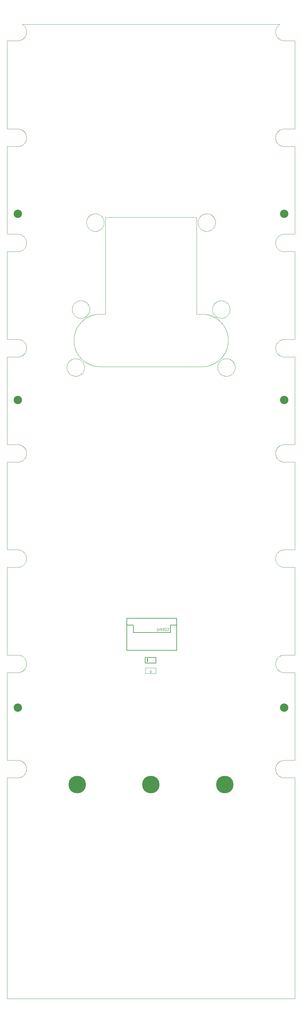
<source format=gbo>
G75*
%MOIN*%
%OFA0B0*%
%FSLAX25Y25*%
%IPPOS*%
%LPD*%
%AMOC8*
5,1,8,0,0,1.08239X$1,22.5*
%
%ADD10C,0.19685*%
%ADD11C,0.09375*%
%ADD12C,0.00000*%
%ADD13C,0.00500*%
%ADD14C,0.00900*%
%ADD15C,0.00100*%
%ADD16C,0.00200*%
%ADD17C,0.00300*%
D10*
X0180955Y0311229D03*
X0263632Y0311229D03*
X0346309Y0311229D03*
D11*
X0413239Y0397844D03*
X0413239Y0742922D03*
X0413239Y0952174D03*
X0114026Y0952174D03*
X0114026Y0742922D03*
X0114026Y0397844D03*
D12*
X0102215Y0071072D02*
X0425050Y0071072D01*
X0425050Y0319015D01*
X0413239Y0319015D01*
X0413239Y0319014D02*
X0412999Y0319017D01*
X0412760Y0319026D01*
X0412521Y0319040D01*
X0412282Y0319061D01*
X0412043Y0319087D01*
X0411806Y0319119D01*
X0411569Y0319157D01*
X0411333Y0319200D01*
X0411099Y0319249D01*
X0410866Y0319304D01*
X0410634Y0319365D01*
X0410403Y0319431D01*
X0410175Y0319503D01*
X0409948Y0319581D01*
X0409723Y0319663D01*
X0409500Y0319752D01*
X0409279Y0319846D01*
X0409061Y0319945D01*
X0408845Y0320049D01*
X0408632Y0320159D01*
X0408422Y0320273D01*
X0408214Y0320393D01*
X0408009Y0320518D01*
X0407808Y0320648D01*
X0407610Y0320783D01*
X0407415Y0320922D01*
X0407223Y0321066D01*
X0407035Y0321215D01*
X0406851Y0321368D01*
X0406671Y0321526D01*
X0406494Y0321688D01*
X0406321Y0321855D01*
X0406153Y0322025D01*
X0405989Y0322200D01*
X0405829Y0322378D01*
X0405673Y0322561D01*
X0405522Y0322747D01*
X0405376Y0322937D01*
X0405234Y0323130D01*
X0405097Y0323326D01*
X0404964Y0323526D01*
X0404837Y0323729D01*
X0404715Y0323935D01*
X0404597Y0324145D01*
X0404485Y0324356D01*
X0404378Y0324571D01*
X0404276Y0324788D01*
X0404180Y0325007D01*
X0404089Y0325229D01*
X0404003Y0325453D01*
X0403923Y0325679D01*
X0403849Y0325907D01*
X0403780Y0326136D01*
X0403716Y0326367D01*
X0403658Y0326600D01*
X0403606Y0326834D01*
X0403560Y0327069D01*
X0403519Y0327305D01*
X0403484Y0327543D01*
X0403455Y0327780D01*
X0403432Y0328019D01*
X0403414Y0328258D01*
X0403403Y0328498D01*
X0403397Y0328737D01*
X0403397Y0328977D01*
X0403403Y0329216D01*
X0403414Y0329456D01*
X0403432Y0329695D01*
X0403455Y0329934D01*
X0403484Y0330171D01*
X0403519Y0330409D01*
X0403560Y0330645D01*
X0403606Y0330880D01*
X0403658Y0331114D01*
X0403716Y0331347D01*
X0403780Y0331578D01*
X0403849Y0331807D01*
X0403923Y0332035D01*
X0404003Y0332261D01*
X0404089Y0332485D01*
X0404180Y0332707D01*
X0404276Y0332926D01*
X0404378Y0333143D01*
X0404485Y0333358D01*
X0404597Y0333569D01*
X0404715Y0333779D01*
X0404837Y0333985D01*
X0404964Y0334188D01*
X0405097Y0334388D01*
X0405234Y0334584D01*
X0405376Y0334777D01*
X0405522Y0334967D01*
X0405673Y0335153D01*
X0405829Y0335336D01*
X0405989Y0335514D01*
X0406153Y0335689D01*
X0406321Y0335859D01*
X0406494Y0336026D01*
X0406671Y0336188D01*
X0406851Y0336346D01*
X0407035Y0336499D01*
X0407223Y0336648D01*
X0407415Y0336792D01*
X0407610Y0336931D01*
X0407808Y0337066D01*
X0408009Y0337196D01*
X0408214Y0337321D01*
X0408422Y0337441D01*
X0408632Y0337555D01*
X0408845Y0337665D01*
X0409061Y0337769D01*
X0409279Y0337868D01*
X0409500Y0337962D01*
X0409723Y0338051D01*
X0409948Y0338133D01*
X0410175Y0338211D01*
X0410403Y0338283D01*
X0410634Y0338349D01*
X0410866Y0338410D01*
X0411099Y0338465D01*
X0411333Y0338514D01*
X0411569Y0338557D01*
X0411806Y0338595D01*
X0412043Y0338627D01*
X0412282Y0338653D01*
X0412521Y0338674D01*
X0412760Y0338688D01*
X0412999Y0338697D01*
X0413239Y0338700D01*
X0425050Y0338700D01*
X0425050Y0437125D01*
X0413239Y0437125D01*
X0413239Y0437124D02*
X0412999Y0437127D01*
X0412760Y0437136D01*
X0412521Y0437150D01*
X0412282Y0437171D01*
X0412043Y0437197D01*
X0411806Y0437229D01*
X0411569Y0437267D01*
X0411333Y0437310D01*
X0411099Y0437359D01*
X0410866Y0437414D01*
X0410634Y0437475D01*
X0410403Y0437541D01*
X0410175Y0437613D01*
X0409948Y0437691D01*
X0409723Y0437773D01*
X0409500Y0437862D01*
X0409279Y0437956D01*
X0409061Y0438055D01*
X0408845Y0438159D01*
X0408632Y0438269D01*
X0408422Y0438383D01*
X0408214Y0438503D01*
X0408009Y0438628D01*
X0407808Y0438758D01*
X0407610Y0438893D01*
X0407415Y0439032D01*
X0407223Y0439176D01*
X0407035Y0439325D01*
X0406851Y0439478D01*
X0406671Y0439636D01*
X0406494Y0439798D01*
X0406321Y0439965D01*
X0406153Y0440135D01*
X0405989Y0440310D01*
X0405829Y0440488D01*
X0405673Y0440671D01*
X0405522Y0440857D01*
X0405376Y0441047D01*
X0405234Y0441240D01*
X0405097Y0441436D01*
X0404964Y0441636D01*
X0404837Y0441839D01*
X0404715Y0442045D01*
X0404597Y0442255D01*
X0404485Y0442466D01*
X0404378Y0442681D01*
X0404276Y0442898D01*
X0404180Y0443117D01*
X0404089Y0443339D01*
X0404003Y0443563D01*
X0403923Y0443789D01*
X0403849Y0444017D01*
X0403780Y0444246D01*
X0403716Y0444477D01*
X0403658Y0444710D01*
X0403606Y0444944D01*
X0403560Y0445179D01*
X0403519Y0445415D01*
X0403484Y0445653D01*
X0403455Y0445890D01*
X0403432Y0446129D01*
X0403414Y0446368D01*
X0403403Y0446608D01*
X0403397Y0446847D01*
X0403397Y0447087D01*
X0403403Y0447326D01*
X0403414Y0447566D01*
X0403432Y0447805D01*
X0403455Y0448044D01*
X0403484Y0448281D01*
X0403519Y0448519D01*
X0403560Y0448755D01*
X0403606Y0448990D01*
X0403658Y0449224D01*
X0403716Y0449457D01*
X0403780Y0449688D01*
X0403849Y0449917D01*
X0403923Y0450145D01*
X0404003Y0450371D01*
X0404089Y0450595D01*
X0404180Y0450817D01*
X0404276Y0451036D01*
X0404378Y0451253D01*
X0404485Y0451468D01*
X0404597Y0451679D01*
X0404715Y0451889D01*
X0404837Y0452095D01*
X0404964Y0452298D01*
X0405097Y0452498D01*
X0405234Y0452694D01*
X0405376Y0452887D01*
X0405522Y0453077D01*
X0405673Y0453263D01*
X0405829Y0453446D01*
X0405989Y0453624D01*
X0406153Y0453799D01*
X0406321Y0453969D01*
X0406494Y0454136D01*
X0406671Y0454298D01*
X0406851Y0454456D01*
X0407035Y0454609D01*
X0407223Y0454758D01*
X0407415Y0454902D01*
X0407610Y0455041D01*
X0407808Y0455176D01*
X0408009Y0455306D01*
X0408214Y0455431D01*
X0408422Y0455551D01*
X0408632Y0455665D01*
X0408845Y0455775D01*
X0409061Y0455879D01*
X0409279Y0455978D01*
X0409500Y0456072D01*
X0409723Y0456161D01*
X0409948Y0456243D01*
X0410175Y0456321D01*
X0410403Y0456393D01*
X0410634Y0456459D01*
X0410866Y0456520D01*
X0411099Y0456575D01*
X0411333Y0456624D01*
X0411569Y0456667D01*
X0411806Y0456705D01*
X0412043Y0456737D01*
X0412282Y0456763D01*
X0412521Y0456784D01*
X0412760Y0456798D01*
X0412999Y0456807D01*
X0413239Y0456810D01*
X0425050Y0456810D01*
X0425050Y0555235D01*
X0413239Y0555235D01*
X0412999Y0555238D01*
X0412760Y0555247D01*
X0412521Y0555261D01*
X0412282Y0555282D01*
X0412043Y0555308D01*
X0411806Y0555340D01*
X0411569Y0555378D01*
X0411333Y0555421D01*
X0411099Y0555470D01*
X0410866Y0555525D01*
X0410634Y0555586D01*
X0410403Y0555652D01*
X0410175Y0555724D01*
X0409948Y0555802D01*
X0409723Y0555884D01*
X0409500Y0555973D01*
X0409279Y0556067D01*
X0409061Y0556166D01*
X0408845Y0556270D01*
X0408632Y0556380D01*
X0408422Y0556494D01*
X0408214Y0556614D01*
X0408009Y0556739D01*
X0407808Y0556869D01*
X0407610Y0557004D01*
X0407415Y0557143D01*
X0407223Y0557287D01*
X0407035Y0557436D01*
X0406851Y0557589D01*
X0406671Y0557747D01*
X0406494Y0557909D01*
X0406321Y0558076D01*
X0406153Y0558246D01*
X0405989Y0558421D01*
X0405829Y0558599D01*
X0405673Y0558782D01*
X0405522Y0558968D01*
X0405376Y0559158D01*
X0405234Y0559351D01*
X0405097Y0559547D01*
X0404964Y0559747D01*
X0404837Y0559950D01*
X0404715Y0560157D01*
X0404597Y0560366D01*
X0404485Y0560577D01*
X0404378Y0560792D01*
X0404276Y0561009D01*
X0404180Y0561228D01*
X0404089Y0561450D01*
X0404003Y0561674D01*
X0403923Y0561900D01*
X0403849Y0562128D01*
X0403780Y0562357D01*
X0403716Y0562588D01*
X0403658Y0562821D01*
X0403606Y0563055D01*
X0403560Y0563290D01*
X0403519Y0563526D01*
X0403484Y0563764D01*
X0403455Y0564001D01*
X0403432Y0564240D01*
X0403414Y0564479D01*
X0403403Y0564719D01*
X0403397Y0564958D01*
X0403397Y0565198D01*
X0403403Y0565437D01*
X0403414Y0565677D01*
X0403432Y0565916D01*
X0403455Y0566155D01*
X0403484Y0566392D01*
X0403519Y0566630D01*
X0403560Y0566866D01*
X0403606Y0567101D01*
X0403658Y0567335D01*
X0403716Y0567568D01*
X0403780Y0567799D01*
X0403849Y0568028D01*
X0403923Y0568256D01*
X0404003Y0568482D01*
X0404089Y0568706D01*
X0404180Y0568928D01*
X0404276Y0569147D01*
X0404378Y0569364D01*
X0404485Y0569579D01*
X0404597Y0569790D01*
X0404715Y0570000D01*
X0404837Y0570206D01*
X0404964Y0570409D01*
X0405097Y0570609D01*
X0405234Y0570805D01*
X0405376Y0570998D01*
X0405522Y0571188D01*
X0405673Y0571374D01*
X0405829Y0571557D01*
X0405989Y0571735D01*
X0406153Y0571910D01*
X0406321Y0572080D01*
X0406494Y0572247D01*
X0406671Y0572409D01*
X0406851Y0572567D01*
X0407035Y0572720D01*
X0407223Y0572869D01*
X0407415Y0573013D01*
X0407610Y0573152D01*
X0407808Y0573287D01*
X0408009Y0573417D01*
X0408214Y0573542D01*
X0408422Y0573662D01*
X0408632Y0573776D01*
X0408845Y0573886D01*
X0409061Y0573990D01*
X0409279Y0574089D01*
X0409500Y0574183D01*
X0409723Y0574272D01*
X0409948Y0574354D01*
X0410175Y0574432D01*
X0410403Y0574504D01*
X0410634Y0574570D01*
X0410866Y0574631D01*
X0411099Y0574686D01*
X0411333Y0574735D01*
X0411569Y0574778D01*
X0411806Y0574816D01*
X0412043Y0574848D01*
X0412282Y0574874D01*
X0412521Y0574895D01*
X0412760Y0574909D01*
X0412999Y0574918D01*
X0413239Y0574921D01*
X0413239Y0574920D02*
X0425050Y0574920D01*
X0425050Y0673345D01*
X0413239Y0673345D01*
X0412999Y0673348D01*
X0412760Y0673357D01*
X0412521Y0673371D01*
X0412282Y0673392D01*
X0412043Y0673418D01*
X0411806Y0673450D01*
X0411569Y0673488D01*
X0411333Y0673531D01*
X0411099Y0673580D01*
X0410866Y0673635D01*
X0410634Y0673696D01*
X0410403Y0673762D01*
X0410175Y0673834D01*
X0409948Y0673912D01*
X0409723Y0673994D01*
X0409500Y0674083D01*
X0409279Y0674177D01*
X0409061Y0674276D01*
X0408845Y0674380D01*
X0408632Y0674490D01*
X0408422Y0674604D01*
X0408214Y0674724D01*
X0408009Y0674849D01*
X0407808Y0674979D01*
X0407610Y0675114D01*
X0407415Y0675253D01*
X0407223Y0675397D01*
X0407035Y0675546D01*
X0406851Y0675699D01*
X0406671Y0675857D01*
X0406494Y0676019D01*
X0406321Y0676186D01*
X0406153Y0676356D01*
X0405989Y0676531D01*
X0405829Y0676709D01*
X0405673Y0676892D01*
X0405522Y0677078D01*
X0405376Y0677268D01*
X0405234Y0677461D01*
X0405097Y0677657D01*
X0404964Y0677857D01*
X0404837Y0678060D01*
X0404715Y0678267D01*
X0404597Y0678476D01*
X0404485Y0678687D01*
X0404378Y0678902D01*
X0404276Y0679119D01*
X0404180Y0679338D01*
X0404089Y0679560D01*
X0404003Y0679784D01*
X0403923Y0680010D01*
X0403849Y0680238D01*
X0403780Y0680467D01*
X0403716Y0680698D01*
X0403658Y0680931D01*
X0403606Y0681165D01*
X0403560Y0681400D01*
X0403519Y0681636D01*
X0403484Y0681874D01*
X0403455Y0682111D01*
X0403432Y0682350D01*
X0403414Y0682589D01*
X0403403Y0682829D01*
X0403397Y0683068D01*
X0403397Y0683308D01*
X0403403Y0683547D01*
X0403414Y0683787D01*
X0403432Y0684026D01*
X0403455Y0684265D01*
X0403484Y0684502D01*
X0403519Y0684740D01*
X0403560Y0684976D01*
X0403606Y0685211D01*
X0403658Y0685445D01*
X0403716Y0685678D01*
X0403780Y0685909D01*
X0403849Y0686138D01*
X0403923Y0686366D01*
X0404003Y0686592D01*
X0404089Y0686816D01*
X0404180Y0687038D01*
X0404276Y0687257D01*
X0404378Y0687474D01*
X0404485Y0687689D01*
X0404597Y0687900D01*
X0404715Y0688110D01*
X0404837Y0688316D01*
X0404964Y0688519D01*
X0405097Y0688719D01*
X0405234Y0688915D01*
X0405376Y0689108D01*
X0405522Y0689298D01*
X0405673Y0689484D01*
X0405829Y0689667D01*
X0405989Y0689845D01*
X0406153Y0690020D01*
X0406321Y0690190D01*
X0406494Y0690357D01*
X0406671Y0690519D01*
X0406851Y0690677D01*
X0407035Y0690830D01*
X0407223Y0690979D01*
X0407415Y0691123D01*
X0407610Y0691262D01*
X0407808Y0691397D01*
X0408009Y0691527D01*
X0408214Y0691652D01*
X0408422Y0691772D01*
X0408632Y0691886D01*
X0408845Y0691996D01*
X0409061Y0692100D01*
X0409279Y0692199D01*
X0409500Y0692293D01*
X0409723Y0692382D01*
X0409948Y0692464D01*
X0410175Y0692542D01*
X0410403Y0692614D01*
X0410634Y0692680D01*
X0410866Y0692741D01*
X0411099Y0692796D01*
X0411333Y0692845D01*
X0411569Y0692888D01*
X0411806Y0692926D01*
X0412043Y0692958D01*
X0412282Y0692984D01*
X0412521Y0693005D01*
X0412760Y0693019D01*
X0412999Y0693028D01*
X0413239Y0693031D01*
X0413239Y0693030D02*
X0425050Y0693030D01*
X0425050Y0791456D01*
X0413239Y0791456D01*
X0413239Y0791455D02*
X0412999Y0791458D01*
X0412760Y0791467D01*
X0412521Y0791481D01*
X0412282Y0791502D01*
X0412043Y0791528D01*
X0411806Y0791560D01*
X0411569Y0791598D01*
X0411333Y0791641D01*
X0411099Y0791690D01*
X0410866Y0791745D01*
X0410634Y0791806D01*
X0410403Y0791872D01*
X0410175Y0791944D01*
X0409948Y0792022D01*
X0409723Y0792104D01*
X0409500Y0792193D01*
X0409279Y0792287D01*
X0409061Y0792386D01*
X0408845Y0792490D01*
X0408632Y0792600D01*
X0408422Y0792714D01*
X0408214Y0792834D01*
X0408009Y0792959D01*
X0407808Y0793089D01*
X0407610Y0793224D01*
X0407415Y0793363D01*
X0407223Y0793507D01*
X0407035Y0793656D01*
X0406851Y0793809D01*
X0406671Y0793967D01*
X0406494Y0794129D01*
X0406321Y0794296D01*
X0406153Y0794466D01*
X0405989Y0794641D01*
X0405829Y0794819D01*
X0405673Y0795002D01*
X0405522Y0795188D01*
X0405376Y0795378D01*
X0405234Y0795571D01*
X0405097Y0795767D01*
X0404964Y0795967D01*
X0404837Y0796170D01*
X0404715Y0796377D01*
X0404597Y0796586D01*
X0404485Y0796797D01*
X0404378Y0797012D01*
X0404276Y0797229D01*
X0404180Y0797448D01*
X0404089Y0797670D01*
X0404003Y0797894D01*
X0403923Y0798120D01*
X0403849Y0798348D01*
X0403780Y0798577D01*
X0403716Y0798808D01*
X0403658Y0799041D01*
X0403606Y0799275D01*
X0403560Y0799510D01*
X0403519Y0799746D01*
X0403484Y0799984D01*
X0403455Y0800221D01*
X0403432Y0800460D01*
X0403414Y0800699D01*
X0403403Y0800939D01*
X0403397Y0801178D01*
X0403397Y0801418D01*
X0403403Y0801657D01*
X0403414Y0801897D01*
X0403432Y0802136D01*
X0403455Y0802375D01*
X0403484Y0802612D01*
X0403519Y0802850D01*
X0403560Y0803086D01*
X0403606Y0803321D01*
X0403658Y0803555D01*
X0403716Y0803788D01*
X0403780Y0804019D01*
X0403849Y0804248D01*
X0403923Y0804476D01*
X0404003Y0804702D01*
X0404089Y0804926D01*
X0404180Y0805148D01*
X0404276Y0805367D01*
X0404378Y0805584D01*
X0404485Y0805799D01*
X0404597Y0806010D01*
X0404715Y0806220D01*
X0404837Y0806426D01*
X0404964Y0806629D01*
X0405097Y0806829D01*
X0405234Y0807025D01*
X0405376Y0807218D01*
X0405522Y0807408D01*
X0405673Y0807594D01*
X0405829Y0807777D01*
X0405989Y0807955D01*
X0406153Y0808130D01*
X0406321Y0808300D01*
X0406494Y0808467D01*
X0406671Y0808629D01*
X0406851Y0808787D01*
X0407035Y0808940D01*
X0407223Y0809089D01*
X0407415Y0809233D01*
X0407610Y0809372D01*
X0407808Y0809507D01*
X0408009Y0809637D01*
X0408214Y0809762D01*
X0408422Y0809882D01*
X0408632Y0809996D01*
X0408845Y0810106D01*
X0409061Y0810210D01*
X0409279Y0810309D01*
X0409500Y0810403D01*
X0409723Y0810492D01*
X0409948Y0810574D01*
X0410175Y0810652D01*
X0410403Y0810724D01*
X0410634Y0810790D01*
X0410866Y0810851D01*
X0411099Y0810906D01*
X0411333Y0810955D01*
X0411569Y0810998D01*
X0411806Y0811036D01*
X0412043Y0811068D01*
X0412282Y0811094D01*
X0412521Y0811115D01*
X0412760Y0811129D01*
X0412999Y0811138D01*
X0413239Y0811141D01*
X0425050Y0811141D01*
X0425050Y0909566D01*
X0413239Y0909566D01*
X0413239Y0909565D02*
X0412999Y0909568D01*
X0412760Y0909577D01*
X0412521Y0909591D01*
X0412282Y0909612D01*
X0412043Y0909638D01*
X0411806Y0909670D01*
X0411569Y0909708D01*
X0411333Y0909751D01*
X0411099Y0909800D01*
X0410866Y0909855D01*
X0410634Y0909916D01*
X0410403Y0909982D01*
X0410175Y0910054D01*
X0409948Y0910132D01*
X0409723Y0910214D01*
X0409500Y0910303D01*
X0409279Y0910397D01*
X0409061Y0910496D01*
X0408845Y0910600D01*
X0408632Y0910710D01*
X0408422Y0910824D01*
X0408214Y0910944D01*
X0408009Y0911069D01*
X0407808Y0911199D01*
X0407610Y0911334D01*
X0407415Y0911473D01*
X0407223Y0911617D01*
X0407035Y0911766D01*
X0406851Y0911919D01*
X0406671Y0912077D01*
X0406494Y0912239D01*
X0406321Y0912406D01*
X0406153Y0912576D01*
X0405989Y0912751D01*
X0405829Y0912929D01*
X0405673Y0913112D01*
X0405522Y0913298D01*
X0405376Y0913488D01*
X0405234Y0913681D01*
X0405097Y0913877D01*
X0404964Y0914077D01*
X0404837Y0914280D01*
X0404715Y0914487D01*
X0404597Y0914696D01*
X0404485Y0914907D01*
X0404378Y0915122D01*
X0404276Y0915339D01*
X0404180Y0915558D01*
X0404089Y0915780D01*
X0404003Y0916004D01*
X0403923Y0916230D01*
X0403849Y0916458D01*
X0403780Y0916687D01*
X0403716Y0916918D01*
X0403658Y0917151D01*
X0403606Y0917385D01*
X0403560Y0917620D01*
X0403519Y0917856D01*
X0403484Y0918094D01*
X0403455Y0918331D01*
X0403432Y0918570D01*
X0403414Y0918809D01*
X0403403Y0919049D01*
X0403397Y0919288D01*
X0403397Y0919528D01*
X0403403Y0919767D01*
X0403414Y0920007D01*
X0403432Y0920246D01*
X0403455Y0920485D01*
X0403484Y0920722D01*
X0403519Y0920960D01*
X0403560Y0921196D01*
X0403606Y0921431D01*
X0403658Y0921665D01*
X0403716Y0921898D01*
X0403780Y0922129D01*
X0403849Y0922358D01*
X0403923Y0922586D01*
X0404003Y0922812D01*
X0404089Y0923036D01*
X0404180Y0923258D01*
X0404276Y0923477D01*
X0404378Y0923694D01*
X0404485Y0923909D01*
X0404597Y0924120D01*
X0404715Y0924330D01*
X0404837Y0924536D01*
X0404964Y0924739D01*
X0405097Y0924939D01*
X0405234Y0925135D01*
X0405376Y0925328D01*
X0405522Y0925518D01*
X0405673Y0925704D01*
X0405829Y0925887D01*
X0405989Y0926065D01*
X0406153Y0926240D01*
X0406321Y0926410D01*
X0406494Y0926577D01*
X0406671Y0926739D01*
X0406851Y0926897D01*
X0407035Y0927050D01*
X0407223Y0927199D01*
X0407415Y0927343D01*
X0407610Y0927482D01*
X0407808Y0927617D01*
X0408009Y0927747D01*
X0408214Y0927872D01*
X0408422Y0927992D01*
X0408632Y0928106D01*
X0408845Y0928216D01*
X0409061Y0928320D01*
X0409279Y0928419D01*
X0409500Y0928513D01*
X0409723Y0928602D01*
X0409948Y0928684D01*
X0410175Y0928762D01*
X0410403Y0928834D01*
X0410634Y0928900D01*
X0410866Y0928961D01*
X0411099Y0929016D01*
X0411333Y0929065D01*
X0411569Y0929108D01*
X0411806Y0929146D01*
X0412043Y0929178D01*
X0412282Y0929204D01*
X0412521Y0929225D01*
X0412760Y0929239D01*
X0412999Y0929248D01*
X0413239Y0929251D01*
X0425050Y0929251D01*
X0425050Y1027676D01*
X0413239Y1027676D01*
X0412999Y1027679D01*
X0412760Y1027688D01*
X0412521Y1027702D01*
X0412282Y1027723D01*
X0412043Y1027749D01*
X0411806Y1027781D01*
X0411569Y1027819D01*
X0411333Y1027862D01*
X0411099Y1027911D01*
X0410866Y1027966D01*
X0410634Y1028027D01*
X0410403Y1028093D01*
X0410175Y1028165D01*
X0409948Y1028243D01*
X0409723Y1028325D01*
X0409500Y1028414D01*
X0409279Y1028508D01*
X0409061Y1028607D01*
X0408845Y1028711D01*
X0408632Y1028821D01*
X0408422Y1028935D01*
X0408214Y1029055D01*
X0408009Y1029180D01*
X0407808Y1029310D01*
X0407610Y1029445D01*
X0407415Y1029584D01*
X0407223Y1029728D01*
X0407035Y1029877D01*
X0406851Y1030030D01*
X0406671Y1030188D01*
X0406494Y1030350D01*
X0406321Y1030517D01*
X0406153Y1030687D01*
X0405989Y1030862D01*
X0405829Y1031040D01*
X0405673Y1031223D01*
X0405522Y1031409D01*
X0405376Y1031599D01*
X0405234Y1031792D01*
X0405097Y1031988D01*
X0404964Y1032188D01*
X0404837Y1032391D01*
X0404715Y1032598D01*
X0404597Y1032807D01*
X0404485Y1033018D01*
X0404378Y1033233D01*
X0404276Y1033450D01*
X0404180Y1033669D01*
X0404089Y1033891D01*
X0404003Y1034115D01*
X0403923Y1034341D01*
X0403849Y1034569D01*
X0403780Y1034798D01*
X0403716Y1035029D01*
X0403658Y1035262D01*
X0403606Y1035496D01*
X0403560Y1035731D01*
X0403519Y1035967D01*
X0403484Y1036205D01*
X0403455Y1036442D01*
X0403432Y1036681D01*
X0403414Y1036920D01*
X0403403Y1037160D01*
X0403397Y1037399D01*
X0403397Y1037639D01*
X0403403Y1037878D01*
X0403414Y1038118D01*
X0403432Y1038357D01*
X0403455Y1038596D01*
X0403484Y1038833D01*
X0403519Y1039071D01*
X0403560Y1039307D01*
X0403606Y1039542D01*
X0403658Y1039776D01*
X0403716Y1040009D01*
X0403780Y1040240D01*
X0403849Y1040469D01*
X0403923Y1040697D01*
X0404003Y1040923D01*
X0404089Y1041147D01*
X0404180Y1041369D01*
X0404276Y1041588D01*
X0404378Y1041805D01*
X0404485Y1042020D01*
X0404597Y1042231D01*
X0404715Y1042441D01*
X0404837Y1042647D01*
X0404964Y1042850D01*
X0405097Y1043050D01*
X0405234Y1043246D01*
X0405376Y1043439D01*
X0405522Y1043629D01*
X0405673Y1043815D01*
X0405829Y1043998D01*
X0405989Y1044176D01*
X0406153Y1044351D01*
X0406321Y1044521D01*
X0406494Y1044688D01*
X0406671Y1044850D01*
X0406851Y1045008D01*
X0407035Y1045161D01*
X0407223Y1045310D01*
X0407415Y1045454D01*
X0407610Y1045593D01*
X0407808Y1045728D01*
X0408009Y1045858D01*
X0408214Y1045983D01*
X0408422Y1046103D01*
X0408632Y1046217D01*
X0408845Y1046327D01*
X0409061Y1046431D01*
X0409279Y1046530D01*
X0409500Y1046624D01*
X0409723Y1046713D01*
X0409948Y1046795D01*
X0410175Y1046873D01*
X0410403Y1046945D01*
X0410634Y1047011D01*
X0410866Y1047072D01*
X0411099Y1047127D01*
X0411333Y1047176D01*
X0411569Y1047219D01*
X0411806Y1047257D01*
X0412043Y1047289D01*
X0412282Y1047315D01*
X0412521Y1047336D01*
X0412760Y1047350D01*
X0412999Y1047359D01*
X0413239Y1047362D01*
X0413239Y1047361D02*
X0425050Y1047361D01*
X0425050Y1146466D01*
X0413239Y1146466D01*
X0413239Y1146465D02*
X0412999Y1146468D01*
X0412760Y1146477D01*
X0412520Y1146491D01*
X0412282Y1146512D01*
X0412043Y1146538D01*
X0411806Y1146570D01*
X0411569Y1146608D01*
X0411333Y1146651D01*
X0411099Y1146701D01*
X0410865Y1146756D01*
X0410633Y1146816D01*
X0410403Y1146882D01*
X0410174Y1146954D01*
X0409947Y1147032D01*
X0409722Y1147115D01*
X0409500Y1147203D01*
X0409279Y1147297D01*
X0409061Y1147396D01*
X0408845Y1147500D01*
X0408632Y1147610D01*
X0408421Y1147725D01*
X0408214Y1147845D01*
X0408009Y1147969D01*
X0407807Y1148099D01*
X0407609Y1148234D01*
X0407414Y1148373D01*
X0407223Y1148518D01*
X0407035Y1148667D01*
X0406851Y1148820D01*
X0406670Y1148978D01*
X0406494Y1149140D01*
X0406321Y1149306D01*
X0406152Y1149477D01*
X0405988Y1149651D01*
X0405828Y1149830D01*
X0405673Y1150012D01*
X0405522Y1150198D01*
X0405375Y1150388D01*
X0405233Y1150581D01*
X0405096Y1150778D01*
X0404964Y1150978D01*
X0404837Y1151181D01*
X0404714Y1151387D01*
X0404597Y1151596D01*
X0404485Y1151808D01*
X0404378Y1152023D01*
X0404276Y1152240D01*
X0404180Y1152459D01*
X0404089Y1152681D01*
X0404003Y1152905D01*
X0403923Y1153131D01*
X0403848Y1153359D01*
X0403779Y1153588D01*
X0403716Y1153820D01*
X0403658Y1154052D01*
X0403606Y1154286D01*
X0403559Y1154521D01*
X0403519Y1154758D01*
X0403484Y1154995D01*
X0403455Y1155233D01*
X0403432Y1155471D01*
X0403414Y1155710D01*
X0403403Y1155950D01*
X0403397Y1156190D01*
X0403397Y1156429D01*
X0403403Y1156669D01*
X0403414Y1156908D01*
X0403432Y1157148D01*
X0403455Y1157386D01*
X0403484Y1157624D01*
X0403519Y1157861D01*
X0403560Y1158097D01*
X0403606Y1158333D01*
X0403659Y1158567D01*
X0403716Y1158799D01*
X0403780Y1159030D01*
X0403849Y1159260D01*
X0403924Y1159488D01*
X0404004Y1159714D01*
X0404090Y1159938D01*
X0404181Y1160159D01*
X0404277Y1160379D01*
X0404379Y1160596D01*
X0404486Y1160810D01*
X0404598Y1161022D01*
X0404716Y1161231D01*
X0404838Y1161437D01*
X0404966Y1161640D01*
X0405098Y1161840D01*
X0405235Y1162037D01*
X0405377Y1162230D01*
X0405523Y1162420D01*
X0405675Y1162606D01*
X0405830Y1162788D01*
X0405990Y1162967D01*
X0406155Y1163141D01*
X0406323Y1163312D01*
X0406496Y1163478D01*
X0406672Y1163640D01*
X0406853Y1163798D01*
X0407037Y1163951D01*
X0407225Y1164100D01*
X0407417Y1164244D01*
X0407612Y1164384D01*
X0407810Y1164518D01*
X0408011Y1164648D01*
X0408216Y1164773D01*
X0119049Y1164773D01*
X0119254Y1164648D01*
X0119455Y1164518D01*
X0119653Y1164384D01*
X0119848Y1164244D01*
X0120040Y1164100D01*
X0120228Y1163951D01*
X0120412Y1163798D01*
X0120593Y1163640D01*
X0120769Y1163478D01*
X0120942Y1163312D01*
X0121110Y1163141D01*
X0121275Y1162967D01*
X0121435Y1162788D01*
X0121590Y1162606D01*
X0121742Y1162420D01*
X0121888Y1162230D01*
X0122030Y1162037D01*
X0122167Y1161840D01*
X0122299Y1161640D01*
X0122427Y1161437D01*
X0122549Y1161231D01*
X0122667Y1161022D01*
X0122779Y1160810D01*
X0122886Y1160596D01*
X0122988Y1160379D01*
X0123084Y1160159D01*
X0123175Y1159938D01*
X0123261Y1159714D01*
X0123341Y1159488D01*
X0123416Y1159260D01*
X0123485Y1159030D01*
X0123549Y1158799D01*
X0123606Y1158567D01*
X0123659Y1158333D01*
X0123705Y1158097D01*
X0123746Y1157861D01*
X0123781Y1157624D01*
X0123810Y1157386D01*
X0123833Y1157148D01*
X0123851Y1156908D01*
X0123862Y1156669D01*
X0123868Y1156429D01*
X0123868Y1156190D01*
X0123862Y1155950D01*
X0123851Y1155710D01*
X0123833Y1155471D01*
X0123810Y1155233D01*
X0123781Y1154995D01*
X0123746Y1154758D01*
X0123706Y1154521D01*
X0123659Y1154286D01*
X0123607Y1154052D01*
X0123549Y1153820D01*
X0123486Y1153588D01*
X0123417Y1153359D01*
X0123342Y1153131D01*
X0123262Y1152905D01*
X0123176Y1152681D01*
X0123085Y1152459D01*
X0122989Y1152240D01*
X0122887Y1152023D01*
X0122780Y1151808D01*
X0122668Y1151596D01*
X0122551Y1151387D01*
X0122428Y1151181D01*
X0122301Y1150978D01*
X0122169Y1150778D01*
X0122032Y1150581D01*
X0121890Y1150388D01*
X0121743Y1150198D01*
X0121592Y1150012D01*
X0121437Y1149830D01*
X0121277Y1149651D01*
X0121113Y1149477D01*
X0120944Y1149306D01*
X0120771Y1149140D01*
X0120595Y1148978D01*
X0120414Y1148820D01*
X0120230Y1148667D01*
X0120042Y1148518D01*
X0119851Y1148373D01*
X0119656Y1148234D01*
X0119458Y1148099D01*
X0119256Y1147969D01*
X0119051Y1147845D01*
X0118844Y1147725D01*
X0118633Y1147610D01*
X0118420Y1147500D01*
X0118204Y1147396D01*
X0117986Y1147297D01*
X0117765Y1147203D01*
X0117543Y1147115D01*
X0117318Y1147032D01*
X0117091Y1146954D01*
X0116862Y1146882D01*
X0116632Y1146816D01*
X0116400Y1146756D01*
X0116166Y1146701D01*
X0115932Y1146651D01*
X0115696Y1146608D01*
X0115459Y1146570D01*
X0115222Y1146538D01*
X0114983Y1146512D01*
X0114745Y1146491D01*
X0114505Y1146477D01*
X0114266Y1146468D01*
X0114026Y1146465D01*
X0114026Y1146466D02*
X0102215Y1146466D01*
X0102215Y1047361D01*
X0114026Y1047361D01*
X0114026Y1047362D02*
X0114266Y1047359D01*
X0114505Y1047350D01*
X0114744Y1047336D01*
X0114983Y1047315D01*
X0115222Y1047289D01*
X0115459Y1047257D01*
X0115696Y1047219D01*
X0115932Y1047176D01*
X0116166Y1047127D01*
X0116399Y1047072D01*
X0116631Y1047011D01*
X0116862Y1046945D01*
X0117090Y1046873D01*
X0117317Y1046795D01*
X0117542Y1046713D01*
X0117765Y1046624D01*
X0117986Y1046530D01*
X0118204Y1046431D01*
X0118420Y1046327D01*
X0118633Y1046217D01*
X0118843Y1046103D01*
X0119051Y1045983D01*
X0119256Y1045858D01*
X0119457Y1045728D01*
X0119655Y1045593D01*
X0119850Y1045454D01*
X0120042Y1045310D01*
X0120230Y1045161D01*
X0120414Y1045008D01*
X0120594Y1044850D01*
X0120771Y1044688D01*
X0120944Y1044521D01*
X0121112Y1044351D01*
X0121276Y1044176D01*
X0121436Y1043998D01*
X0121592Y1043815D01*
X0121743Y1043629D01*
X0121889Y1043439D01*
X0122031Y1043246D01*
X0122168Y1043050D01*
X0122301Y1042850D01*
X0122428Y1042647D01*
X0122550Y1042441D01*
X0122668Y1042231D01*
X0122780Y1042020D01*
X0122887Y1041805D01*
X0122989Y1041588D01*
X0123085Y1041369D01*
X0123176Y1041147D01*
X0123262Y1040923D01*
X0123342Y1040697D01*
X0123416Y1040469D01*
X0123485Y1040240D01*
X0123549Y1040009D01*
X0123607Y1039776D01*
X0123659Y1039542D01*
X0123705Y1039307D01*
X0123746Y1039071D01*
X0123781Y1038833D01*
X0123810Y1038596D01*
X0123833Y1038357D01*
X0123851Y1038118D01*
X0123862Y1037878D01*
X0123868Y1037639D01*
X0123868Y1037399D01*
X0123862Y1037160D01*
X0123851Y1036920D01*
X0123833Y1036681D01*
X0123810Y1036442D01*
X0123781Y1036205D01*
X0123746Y1035967D01*
X0123705Y1035731D01*
X0123659Y1035496D01*
X0123607Y1035262D01*
X0123549Y1035029D01*
X0123485Y1034798D01*
X0123416Y1034569D01*
X0123342Y1034341D01*
X0123262Y1034115D01*
X0123176Y1033891D01*
X0123085Y1033669D01*
X0122989Y1033450D01*
X0122887Y1033233D01*
X0122780Y1033018D01*
X0122668Y1032807D01*
X0122550Y1032598D01*
X0122428Y1032391D01*
X0122301Y1032188D01*
X0122168Y1031988D01*
X0122031Y1031792D01*
X0121889Y1031599D01*
X0121743Y1031409D01*
X0121592Y1031223D01*
X0121436Y1031040D01*
X0121276Y1030862D01*
X0121112Y1030687D01*
X0120944Y1030517D01*
X0120771Y1030350D01*
X0120594Y1030188D01*
X0120414Y1030030D01*
X0120230Y1029877D01*
X0120042Y1029728D01*
X0119850Y1029584D01*
X0119655Y1029445D01*
X0119457Y1029310D01*
X0119256Y1029180D01*
X0119051Y1029055D01*
X0118843Y1028935D01*
X0118633Y1028821D01*
X0118420Y1028711D01*
X0118204Y1028607D01*
X0117986Y1028508D01*
X0117765Y1028414D01*
X0117542Y1028325D01*
X0117317Y1028243D01*
X0117090Y1028165D01*
X0116862Y1028093D01*
X0116631Y1028027D01*
X0116399Y1027966D01*
X0116166Y1027911D01*
X0115932Y1027862D01*
X0115696Y1027819D01*
X0115459Y1027781D01*
X0115222Y1027749D01*
X0114983Y1027723D01*
X0114744Y1027702D01*
X0114505Y1027688D01*
X0114266Y1027679D01*
X0114026Y1027676D01*
X0102215Y1027676D01*
X0102215Y0929251D01*
X0114026Y0929251D01*
X0114266Y0929248D01*
X0114505Y0929239D01*
X0114744Y0929225D01*
X0114983Y0929204D01*
X0115222Y0929178D01*
X0115459Y0929146D01*
X0115696Y0929108D01*
X0115932Y0929065D01*
X0116166Y0929016D01*
X0116399Y0928961D01*
X0116631Y0928900D01*
X0116862Y0928834D01*
X0117090Y0928762D01*
X0117317Y0928684D01*
X0117542Y0928602D01*
X0117765Y0928513D01*
X0117986Y0928419D01*
X0118204Y0928320D01*
X0118420Y0928216D01*
X0118633Y0928106D01*
X0118843Y0927992D01*
X0119051Y0927872D01*
X0119256Y0927747D01*
X0119457Y0927617D01*
X0119655Y0927482D01*
X0119850Y0927343D01*
X0120042Y0927199D01*
X0120230Y0927050D01*
X0120414Y0926897D01*
X0120594Y0926739D01*
X0120771Y0926577D01*
X0120944Y0926410D01*
X0121112Y0926240D01*
X0121276Y0926065D01*
X0121436Y0925887D01*
X0121592Y0925704D01*
X0121743Y0925518D01*
X0121889Y0925328D01*
X0122031Y0925135D01*
X0122168Y0924939D01*
X0122301Y0924739D01*
X0122428Y0924536D01*
X0122550Y0924330D01*
X0122668Y0924120D01*
X0122780Y0923909D01*
X0122887Y0923694D01*
X0122989Y0923477D01*
X0123085Y0923258D01*
X0123176Y0923036D01*
X0123262Y0922812D01*
X0123342Y0922586D01*
X0123416Y0922358D01*
X0123485Y0922129D01*
X0123549Y0921898D01*
X0123607Y0921665D01*
X0123659Y0921431D01*
X0123705Y0921196D01*
X0123746Y0920960D01*
X0123781Y0920722D01*
X0123810Y0920485D01*
X0123833Y0920246D01*
X0123851Y0920007D01*
X0123862Y0919767D01*
X0123868Y0919528D01*
X0123868Y0919288D01*
X0123862Y0919049D01*
X0123851Y0918809D01*
X0123833Y0918570D01*
X0123810Y0918331D01*
X0123781Y0918094D01*
X0123746Y0917856D01*
X0123705Y0917620D01*
X0123659Y0917385D01*
X0123607Y0917151D01*
X0123549Y0916918D01*
X0123485Y0916687D01*
X0123416Y0916458D01*
X0123342Y0916230D01*
X0123262Y0916004D01*
X0123176Y0915780D01*
X0123085Y0915558D01*
X0122989Y0915339D01*
X0122887Y0915122D01*
X0122780Y0914907D01*
X0122668Y0914696D01*
X0122550Y0914487D01*
X0122428Y0914280D01*
X0122301Y0914077D01*
X0122168Y0913877D01*
X0122031Y0913681D01*
X0121889Y0913488D01*
X0121743Y0913298D01*
X0121592Y0913112D01*
X0121436Y0912929D01*
X0121276Y0912751D01*
X0121112Y0912576D01*
X0120944Y0912406D01*
X0120771Y0912239D01*
X0120594Y0912077D01*
X0120414Y0911919D01*
X0120230Y0911766D01*
X0120042Y0911617D01*
X0119850Y0911473D01*
X0119655Y0911334D01*
X0119457Y0911199D01*
X0119256Y0911069D01*
X0119051Y0910944D01*
X0118843Y0910824D01*
X0118633Y0910710D01*
X0118420Y0910600D01*
X0118204Y0910496D01*
X0117986Y0910397D01*
X0117765Y0910303D01*
X0117542Y0910214D01*
X0117317Y0910132D01*
X0117090Y0910054D01*
X0116862Y0909982D01*
X0116631Y0909916D01*
X0116399Y0909855D01*
X0116166Y0909800D01*
X0115932Y0909751D01*
X0115696Y0909708D01*
X0115459Y0909670D01*
X0115222Y0909638D01*
X0114983Y0909612D01*
X0114744Y0909591D01*
X0114505Y0909577D01*
X0114266Y0909568D01*
X0114026Y0909565D01*
X0114026Y0909566D02*
X0102215Y0909566D01*
X0102215Y0811141D01*
X0114026Y0811141D01*
X0114266Y0811138D01*
X0114505Y0811129D01*
X0114744Y0811115D01*
X0114983Y0811094D01*
X0115222Y0811068D01*
X0115459Y0811036D01*
X0115696Y0810998D01*
X0115932Y0810955D01*
X0116166Y0810906D01*
X0116399Y0810851D01*
X0116631Y0810790D01*
X0116862Y0810724D01*
X0117090Y0810652D01*
X0117317Y0810574D01*
X0117542Y0810492D01*
X0117765Y0810403D01*
X0117986Y0810309D01*
X0118204Y0810210D01*
X0118420Y0810106D01*
X0118633Y0809996D01*
X0118843Y0809882D01*
X0119051Y0809762D01*
X0119256Y0809637D01*
X0119457Y0809507D01*
X0119655Y0809372D01*
X0119850Y0809233D01*
X0120042Y0809089D01*
X0120230Y0808940D01*
X0120414Y0808787D01*
X0120594Y0808629D01*
X0120771Y0808467D01*
X0120944Y0808300D01*
X0121112Y0808130D01*
X0121276Y0807955D01*
X0121436Y0807777D01*
X0121592Y0807594D01*
X0121743Y0807408D01*
X0121889Y0807218D01*
X0122031Y0807025D01*
X0122168Y0806829D01*
X0122301Y0806629D01*
X0122428Y0806426D01*
X0122550Y0806220D01*
X0122668Y0806010D01*
X0122780Y0805799D01*
X0122887Y0805584D01*
X0122989Y0805367D01*
X0123085Y0805148D01*
X0123176Y0804926D01*
X0123262Y0804702D01*
X0123342Y0804476D01*
X0123416Y0804248D01*
X0123485Y0804019D01*
X0123549Y0803788D01*
X0123607Y0803555D01*
X0123659Y0803321D01*
X0123705Y0803086D01*
X0123746Y0802850D01*
X0123781Y0802612D01*
X0123810Y0802375D01*
X0123833Y0802136D01*
X0123851Y0801897D01*
X0123862Y0801657D01*
X0123868Y0801418D01*
X0123868Y0801178D01*
X0123862Y0800939D01*
X0123851Y0800699D01*
X0123833Y0800460D01*
X0123810Y0800221D01*
X0123781Y0799984D01*
X0123746Y0799746D01*
X0123705Y0799510D01*
X0123659Y0799275D01*
X0123607Y0799041D01*
X0123549Y0798808D01*
X0123485Y0798577D01*
X0123416Y0798348D01*
X0123342Y0798120D01*
X0123262Y0797894D01*
X0123176Y0797670D01*
X0123085Y0797448D01*
X0122989Y0797229D01*
X0122887Y0797012D01*
X0122780Y0796797D01*
X0122668Y0796586D01*
X0122550Y0796377D01*
X0122428Y0796170D01*
X0122301Y0795967D01*
X0122168Y0795767D01*
X0122031Y0795571D01*
X0121889Y0795378D01*
X0121743Y0795188D01*
X0121592Y0795002D01*
X0121436Y0794819D01*
X0121276Y0794641D01*
X0121112Y0794466D01*
X0120944Y0794296D01*
X0120771Y0794129D01*
X0120594Y0793967D01*
X0120414Y0793809D01*
X0120230Y0793656D01*
X0120042Y0793507D01*
X0119850Y0793363D01*
X0119655Y0793224D01*
X0119457Y0793089D01*
X0119256Y0792959D01*
X0119051Y0792834D01*
X0118843Y0792714D01*
X0118633Y0792600D01*
X0118420Y0792490D01*
X0118204Y0792386D01*
X0117986Y0792287D01*
X0117765Y0792193D01*
X0117542Y0792104D01*
X0117317Y0792022D01*
X0117090Y0791944D01*
X0116862Y0791872D01*
X0116631Y0791806D01*
X0116399Y0791745D01*
X0116166Y0791690D01*
X0115932Y0791641D01*
X0115696Y0791598D01*
X0115459Y0791560D01*
X0115222Y0791528D01*
X0114983Y0791502D01*
X0114744Y0791481D01*
X0114505Y0791467D01*
X0114266Y0791458D01*
X0114026Y0791455D01*
X0114026Y0791456D02*
X0102215Y0791456D01*
X0102215Y0693030D01*
X0114026Y0693030D01*
X0114026Y0693031D02*
X0114266Y0693028D01*
X0114505Y0693019D01*
X0114744Y0693005D01*
X0114983Y0692984D01*
X0115222Y0692958D01*
X0115459Y0692926D01*
X0115696Y0692888D01*
X0115932Y0692845D01*
X0116166Y0692796D01*
X0116399Y0692741D01*
X0116631Y0692680D01*
X0116862Y0692614D01*
X0117090Y0692542D01*
X0117317Y0692464D01*
X0117542Y0692382D01*
X0117765Y0692293D01*
X0117986Y0692199D01*
X0118204Y0692100D01*
X0118420Y0691996D01*
X0118633Y0691886D01*
X0118843Y0691772D01*
X0119051Y0691652D01*
X0119256Y0691527D01*
X0119457Y0691397D01*
X0119655Y0691262D01*
X0119850Y0691123D01*
X0120042Y0690979D01*
X0120230Y0690830D01*
X0120414Y0690677D01*
X0120594Y0690519D01*
X0120771Y0690357D01*
X0120944Y0690190D01*
X0121112Y0690020D01*
X0121276Y0689845D01*
X0121436Y0689667D01*
X0121592Y0689484D01*
X0121743Y0689298D01*
X0121889Y0689108D01*
X0122031Y0688915D01*
X0122168Y0688719D01*
X0122301Y0688519D01*
X0122428Y0688316D01*
X0122550Y0688110D01*
X0122668Y0687900D01*
X0122780Y0687689D01*
X0122887Y0687474D01*
X0122989Y0687257D01*
X0123085Y0687038D01*
X0123176Y0686816D01*
X0123262Y0686592D01*
X0123342Y0686366D01*
X0123416Y0686138D01*
X0123485Y0685909D01*
X0123549Y0685678D01*
X0123607Y0685445D01*
X0123659Y0685211D01*
X0123705Y0684976D01*
X0123746Y0684740D01*
X0123781Y0684502D01*
X0123810Y0684265D01*
X0123833Y0684026D01*
X0123851Y0683787D01*
X0123862Y0683547D01*
X0123868Y0683308D01*
X0123868Y0683068D01*
X0123862Y0682829D01*
X0123851Y0682589D01*
X0123833Y0682350D01*
X0123810Y0682111D01*
X0123781Y0681874D01*
X0123746Y0681636D01*
X0123705Y0681400D01*
X0123659Y0681165D01*
X0123607Y0680931D01*
X0123549Y0680698D01*
X0123485Y0680467D01*
X0123416Y0680238D01*
X0123342Y0680010D01*
X0123262Y0679784D01*
X0123176Y0679560D01*
X0123085Y0679338D01*
X0122989Y0679119D01*
X0122887Y0678902D01*
X0122780Y0678687D01*
X0122668Y0678476D01*
X0122550Y0678267D01*
X0122428Y0678060D01*
X0122301Y0677857D01*
X0122168Y0677657D01*
X0122031Y0677461D01*
X0121889Y0677268D01*
X0121743Y0677078D01*
X0121592Y0676892D01*
X0121436Y0676709D01*
X0121276Y0676531D01*
X0121112Y0676356D01*
X0120944Y0676186D01*
X0120771Y0676019D01*
X0120594Y0675857D01*
X0120414Y0675699D01*
X0120230Y0675546D01*
X0120042Y0675397D01*
X0119850Y0675253D01*
X0119655Y0675114D01*
X0119457Y0674979D01*
X0119256Y0674849D01*
X0119051Y0674724D01*
X0118843Y0674604D01*
X0118633Y0674490D01*
X0118420Y0674380D01*
X0118204Y0674276D01*
X0117986Y0674177D01*
X0117765Y0674083D01*
X0117542Y0673994D01*
X0117317Y0673912D01*
X0117090Y0673834D01*
X0116862Y0673762D01*
X0116631Y0673696D01*
X0116399Y0673635D01*
X0116166Y0673580D01*
X0115932Y0673531D01*
X0115696Y0673488D01*
X0115459Y0673450D01*
X0115222Y0673418D01*
X0114983Y0673392D01*
X0114744Y0673371D01*
X0114505Y0673357D01*
X0114266Y0673348D01*
X0114026Y0673345D01*
X0102215Y0673345D01*
X0102215Y0574920D01*
X0114026Y0574920D01*
X0114026Y0574921D02*
X0114266Y0574918D01*
X0114505Y0574909D01*
X0114744Y0574895D01*
X0114983Y0574874D01*
X0115222Y0574848D01*
X0115459Y0574816D01*
X0115696Y0574778D01*
X0115932Y0574735D01*
X0116166Y0574686D01*
X0116399Y0574631D01*
X0116631Y0574570D01*
X0116862Y0574504D01*
X0117090Y0574432D01*
X0117317Y0574354D01*
X0117542Y0574272D01*
X0117765Y0574183D01*
X0117986Y0574089D01*
X0118204Y0573990D01*
X0118420Y0573886D01*
X0118633Y0573776D01*
X0118843Y0573662D01*
X0119051Y0573542D01*
X0119256Y0573417D01*
X0119457Y0573287D01*
X0119655Y0573152D01*
X0119850Y0573013D01*
X0120042Y0572869D01*
X0120230Y0572720D01*
X0120414Y0572567D01*
X0120594Y0572409D01*
X0120771Y0572247D01*
X0120944Y0572080D01*
X0121112Y0571910D01*
X0121276Y0571735D01*
X0121436Y0571557D01*
X0121592Y0571374D01*
X0121743Y0571188D01*
X0121889Y0570998D01*
X0122031Y0570805D01*
X0122168Y0570609D01*
X0122301Y0570409D01*
X0122428Y0570206D01*
X0122550Y0570000D01*
X0122668Y0569790D01*
X0122780Y0569579D01*
X0122887Y0569364D01*
X0122989Y0569147D01*
X0123085Y0568928D01*
X0123176Y0568706D01*
X0123262Y0568482D01*
X0123342Y0568256D01*
X0123416Y0568028D01*
X0123485Y0567799D01*
X0123549Y0567568D01*
X0123607Y0567335D01*
X0123659Y0567101D01*
X0123705Y0566866D01*
X0123746Y0566630D01*
X0123781Y0566392D01*
X0123810Y0566155D01*
X0123833Y0565916D01*
X0123851Y0565677D01*
X0123862Y0565437D01*
X0123868Y0565198D01*
X0123868Y0564958D01*
X0123862Y0564719D01*
X0123851Y0564479D01*
X0123833Y0564240D01*
X0123810Y0564001D01*
X0123781Y0563764D01*
X0123746Y0563526D01*
X0123705Y0563290D01*
X0123659Y0563055D01*
X0123607Y0562821D01*
X0123549Y0562588D01*
X0123485Y0562357D01*
X0123416Y0562128D01*
X0123342Y0561900D01*
X0123262Y0561674D01*
X0123176Y0561450D01*
X0123085Y0561228D01*
X0122989Y0561009D01*
X0122887Y0560792D01*
X0122780Y0560577D01*
X0122668Y0560366D01*
X0122550Y0560157D01*
X0122428Y0559950D01*
X0122301Y0559747D01*
X0122168Y0559547D01*
X0122031Y0559351D01*
X0121889Y0559158D01*
X0121743Y0558968D01*
X0121592Y0558782D01*
X0121436Y0558599D01*
X0121276Y0558421D01*
X0121112Y0558246D01*
X0120944Y0558076D01*
X0120771Y0557909D01*
X0120594Y0557747D01*
X0120414Y0557589D01*
X0120230Y0557436D01*
X0120042Y0557287D01*
X0119850Y0557143D01*
X0119655Y0557004D01*
X0119457Y0556869D01*
X0119256Y0556739D01*
X0119051Y0556614D01*
X0118843Y0556494D01*
X0118633Y0556380D01*
X0118420Y0556270D01*
X0118204Y0556166D01*
X0117986Y0556067D01*
X0117765Y0555973D01*
X0117542Y0555884D01*
X0117317Y0555802D01*
X0117090Y0555724D01*
X0116862Y0555652D01*
X0116631Y0555586D01*
X0116399Y0555525D01*
X0116166Y0555470D01*
X0115932Y0555421D01*
X0115696Y0555378D01*
X0115459Y0555340D01*
X0115222Y0555308D01*
X0114983Y0555282D01*
X0114744Y0555261D01*
X0114505Y0555247D01*
X0114266Y0555238D01*
X0114026Y0555235D01*
X0102215Y0555235D01*
X0102215Y0456810D01*
X0114026Y0456810D01*
X0114266Y0456807D01*
X0114505Y0456798D01*
X0114744Y0456784D01*
X0114983Y0456763D01*
X0115222Y0456737D01*
X0115459Y0456705D01*
X0115696Y0456667D01*
X0115932Y0456624D01*
X0116166Y0456575D01*
X0116399Y0456520D01*
X0116631Y0456459D01*
X0116862Y0456393D01*
X0117090Y0456321D01*
X0117317Y0456243D01*
X0117542Y0456161D01*
X0117765Y0456072D01*
X0117986Y0455978D01*
X0118204Y0455879D01*
X0118420Y0455775D01*
X0118633Y0455665D01*
X0118843Y0455551D01*
X0119051Y0455431D01*
X0119256Y0455306D01*
X0119457Y0455176D01*
X0119655Y0455041D01*
X0119850Y0454902D01*
X0120042Y0454758D01*
X0120230Y0454609D01*
X0120414Y0454456D01*
X0120594Y0454298D01*
X0120771Y0454136D01*
X0120944Y0453969D01*
X0121112Y0453799D01*
X0121276Y0453624D01*
X0121436Y0453446D01*
X0121592Y0453263D01*
X0121743Y0453077D01*
X0121889Y0452887D01*
X0122031Y0452694D01*
X0122168Y0452498D01*
X0122301Y0452298D01*
X0122428Y0452095D01*
X0122550Y0451889D01*
X0122668Y0451679D01*
X0122780Y0451468D01*
X0122887Y0451253D01*
X0122989Y0451036D01*
X0123085Y0450817D01*
X0123176Y0450595D01*
X0123262Y0450371D01*
X0123342Y0450145D01*
X0123416Y0449917D01*
X0123485Y0449688D01*
X0123549Y0449457D01*
X0123607Y0449224D01*
X0123659Y0448990D01*
X0123705Y0448755D01*
X0123746Y0448519D01*
X0123781Y0448281D01*
X0123810Y0448044D01*
X0123833Y0447805D01*
X0123851Y0447566D01*
X0123862Y0447326D01*
X0123868Y0447087D01*
X0123868Y0446847D01*
X0123862Y0446608D01*
X0123851Y0446368D01*
X0123833Y0446129D01*
X0123810Y0445890D01*
X0123781Y0445653D01*
X0123746Y0445415D01*
X0123705Y0445179D01*
X0123659Y0444944D01*
X0123607Y0444710D01*
X0123549Y0444477D01*
X0123485Y0444246D01*
X0123416Y0444017D01*
X0123342Y0443789D01*
X0123262Y0443563D01*
X0123176Y0443339D01*
X0123085Y0443117D01*
X0122989Y0442898D01*
X0122887Y0442681D01*
X0122780Y0442466D01*
X0122668Y0442255D01*
X0122550Y0442046D01*
X0122428Y0441839D01*
X0122301Y0441636D01*
X0122168Y0441436D01*
X0122031Y0441240D01*
X0121889Y0441047D01*
X0121743Y0440857D01*
X0121592Y0440671D01*
X0121436Y0440488D01*
X0121276Y0440310D01*
X0121112Y0440135D01*
X0120944Y0439965D01*
X0120771Y0439798D01*
X0120594Y0439636D01*
X0120414Y0439478D01*
X0120230Y0439325D01*
X0120042Y0439176D01*
X0119850Y0439032D01*
X0119655Y0438893D01*
X0119457Y0438758D01*
X0119256Y0438628D01*
X0119051Y0438503D01*
X0118843Y0438383D01*
X0118633Y0438269D01*
X0118420Y0438159D01*
X0118204Y0438055D01*
X0117986Y0437956D01*
X0117765Y0437862D01*
X0117542Y0437773D01*
X0117317Y0437691D01*
X0117090Y0437613D01*
X0116862Y0437541D01*
X0116631Y0437475D01*
X0116399Y0437414D01*
X0116166Y0437359D01*
X0115932Y0437310D01*
X0115696Y0437267D01*
X0115459Y0437229D01*
X0115222Y0437197D01*
X0114983Y0437171D01*
X0114744Y0437150D01*
X0114505Y0437136D01*
X0114266Y0437127D01*
X0114026Y0437124D01*
X0114026Y0437125D02*
X0102215Y0437125D01*
X0102215Y0338700D01*
X0114026Y0338700D01*
X0114266Y0338697D01*
X0114505Y0338688D01*
X0114744Y0338674D01*
X0114983Y0338653D01*
X0115222Y0338627D01*
X0115459Y0338595D01*
X0115696Y0338557D01*
X0115932Y0338514D01*
X0116166Y0338465D01*
X0116399Y0338410D01*
X0116631Y0338349D01*
X0116862Y0338283D01*
X0117090Y0338211D01*
X0117317Y0338133D01*
X0117542Y0338051D01*
X0117765Y0337962D01*
X0117986Y0337868D01*
X0118204Y0337769D01*
X0118420Y0337665D01*
X0118633Y0337555D01*
X0118843Y0337441D01*
X0119051Y0337321D01*
X0119256Y0337196D01*
X0119457Y0337066D01*
X0119655Y0336931D01*
X0119850Y0336792D01*
X0120042Y0336648D01*
X0120230Y0336499D01*
X0120414Y0336346D01*
X0120594Y0336188D01*
X0120771Y0336026D01*
X0120944Y0335859D01*
X0121112Y0335689D01*
X0121276Y0335514D01*
X0121436Y0335336D01*
X0121592Y0335153D01*
X0121743Y0334967D01*
X0121889Y0334777D01*
X0122031Y0334584D01*
X0122168Y0334388D01*
X0122301Y0334188D01*
X0122428Y0333985D01*
X0122550Y0333779D01*
X0122668Y0333569D01*
X0122780Y0333358D01*
X0122887Y0333143D01*
X0122989Y0332926D01*
X0123085Y0332707D01*
X0123176Y0332485D01*
X0123262Y0332261D01*
X0123342Y0332035D01*
X0123416Y0331807D01*
X0123485Y0331578D01*
X0123549Y0331347D01*
X0123607Y0331114D01*
X0123659Y0330880D01*
X0123705Y0330645D01*
X0123746Y0330409D01*
X0123781Y0330171D01*
X0123810Y0329934D01*
X0123833Y0329695D01*
X0123851Y0329456D01*
X0123862Y0329216D01*
X0123868Y0328977D01*
X0123868Y0328737D01*
X0123862Y0328498D01*
X0123851Y0328258D01*
X0123833Y0328019D01*
X0123810Y0327780D01*
X0123781Y0327543D01*
X0123746Y0327305D01*
X0123705Y0327069D01*
X0123659Y0326834D01*
X0123607Y0326600D01*
X0123549Y0326367D01*
X0123485Y0326136D01*
X0123416Y0325907D01*
X0123342Y0325679D01*
X0123262Y0325453D01*
X0123176Y0325229D01*
X0123085Y0325007D01*
X0122989Y0324788D01*
X0122887Y0324571D01*
X0122780Y0324356D01*
X0122668Y0324145D01*
X0122550Y0323936D01*
X0122428Y0323729D01*
X0122301Y0323526D01*
X0122168Y0323326D01*
X0122031Y0323130D01*
X0121889Y0322937D01*
X0121743Y0322747D01*
X0121592Y0322561D01*
X0121436Y0322378D01*
X0121276Y0322200D01*
X0121112Y0322025D01*
X0120944Y0321855D01*
X0120771Y0321688D01*
X0120594Y0321526D01*
X0120414Y0321368D01*
X0120230Y0321215D01*
X0120042Y0321066D01*
X0119850Y0320922D01*
X0119655Y0320783D01*
X0119457Y0320648D01*
X0119256Y0320518D01*
X0119051Y0320393D01*
X0118843Y0320273D01*
X0118633Y0320159D01*
X0118420Y0320049D01*
X0118204Y0319945D01*
X0117986Y0319846D01*
X0117765Y0319752D01*
X0117542Y0319663D01*
X0117317Y0319581D01*
X0117090Y0319503D01*
X0116862Y0319431D01*
X0116631Y0319365D01*
X0116399Y0319304D01*
X0116166Y0319249D01*
X0115932Y0319200D01*
X0115696Y0319157D01*
X0115459Y0319119D01*
X0115222Y0319087D01*
X0114983Y0319061D01*
X0114744Y0319040D01*
X0114505Y0319026D01*
X0114266Y0319017D01*
X0114026Y0319014D01*
X0114026Y0319015D02*
X0102215Y0319015D01*
X0102215Y0071072D01*
X0179052Y0769834D02*
X0178812Y0769837D01*
X0178573Y0769846D01*
X0178334Y0769860D01*
X0178095Y0769881D01*
X0177856Y0769907D01*
X0177619Y0769939D01*
X0177382Y0769977D01*
X0177146Y0770020D01*
X0176912Y0770069D01*
X0176679Y0770124D01*
X0176447Y0770185D01*
X0176216Y0770251D01*
X0175988Y0770323D01*
X0175761Y0770401D01*
X0175536Y0770483D01*
X0175313Y0770572D01*
X0175092Y0770666D01*
X0174874Y0770765D01*
X0174658Y0770869D01*
X0174445Y0770979D01*
X0174235Y0771093D01*
X0174027Y0771213D01*
X0173822Y0771338D01*
X0173621Y0771468D01*
X0173423Y0771603D01*
X0173228Y0771742D01*
X0173036Y0771886D01*
X0172848Y0772035D01*
X0172664Y0772188D01*
X0172484Y0772346D01*
X0172307Y0772508D01*
X0172134Y0772675D01*
X0171966Y0772845D01*
X0171802Y0773020D01*
X0171642Y0773198D01*
X0171486Y0773381D01*
X0171335Y0773567D01*
X0171189Y0773757D01*
X0171047Y0773950D01*
X0170910Y0774146D01*
X0170777Y0774346D01*
X0170650Y0774549D01*
X0170528Y0774756D01*
X0170410Y0774965D01*
X0170298Y0775176D01*
X0170191Y0775391D01*
X0170089Y0775608D01*
X0169993Y0775827D01*
X0169902Y0776049D01*
X0169816Y0776273D01*
X0169736Y0776499D01*
X0169662Y0776727D01*
X0169593Y0776956D01*
X0169529Y0777187D01*
X0169471Y0777420D01*
X0169419Y0777654D01*
X0169373Y0777889D01*
X0169332Y0778125D01*
X0169297Y0778363D01*
X0169268Y0778600D01*
X0169245Y0778839D01*
X0169227Y0779078D01*
X0169216Y0779318D01*
X0169210Y0779557D01*
X0169210Y0779797D01*
X0169216Y0780036D01*
X0169227Y0780276D01*
X0169245Y0780515D01*
X0169268Y0780754D01*
X0169297Y0780991D01*
X0169332Y0781229D01*
X0169373Y0781465D01*
X0169419Y0781700D01*
X0169471Y0781934D01*
X0169529Y0782167D01*
X0169593Y0782398D01*
X0169662Y0782627D01*
X0169736Y0782855D01*
X0169816Y0783081D01*
X0169902Y0783305D01*
X0169993Y0783527D01*
X0170089Y0783746D01*
X0170191Y0783963D01*
X0170298Y0784178D01*
X0170410Y0784389D01*
X0170528Y0784599D01*
X0170650Y0784805D01*
X0170777Y0785008D01*
X0170910Y0785208D01*
X0171047Y0785404D01*
X0171189Y0785597D01*
X0171335Y0785787D01*
X0171486Y0785973D01*
X0171642Y0786156D01*
X0171802Y0786334D01*
X0171966Y0786509D01*
X0172134Y0786679D01*
X0172307Y0786846D01*
X0172484Y0787008D01*
X0172664Y0787166D01*
X0172848Y0787319D01*
X0173036Y0787468D01*
X0173228Y0787612D01*
X0173423Y0787751D01*
X0173621Y0787886D01*
X0173822Y0788016D01*
X0174027Y0788141D01*
X0174235Y0788261D01*
X0174445Y0788375D01*
X0174658Y0788485D01*
X0174874Y0788589D01*
X0175092Y0788688D01*
X0175313Y0788782D01*
X0175536Y0788871D01*
X0175761Y0788953D01*
X0175988Y0789031D01*
X0176216Y0789103D01*
X0176447Y0789169D01*
X0176679Y0789230D01*
X0176912Y0789285D01*
X0177146Y0789334D01*
X0177382Y0789377D01*
X0177619Y0789415D01*
X0177856Y0789447D01*
X0178095Y0789473D01*
X0178334Y0789494D01*
X0178573Y0789508D01*
X0178812Y0789517D01*
X0179052Y0789520D01*
X0179292Y0789517D01*
X0179531Y0789508D01*
X0179770Y0789494D01*
X0180009Y0789473D01*
X0180248Y0789447D01*
X0180485Y0789415D01*
X0180722Y0789377D01*
X0180958Y0789334D01*
X0181192Y0789285D01*
X0181425Y0789230D01*
X0181657Y0789169D01*
X0181888Y0789103D01*
X0182116Y0789031D01*
X0182343Y0788953D01*
X0182568Y0788871D01*
X0182791Y0788782D01*
X0183012Y0788688D01*
X0183230Y0788589D01*
X0183446Y0788485D01*
X0183659Y0788375D01*
X0183869Y0788261D01*
X0184077Y0788141D01*
X0184282Y0788016D01*
X0184483Y0787886D01*
X0184681Y0787751D01*
X0184876Y0787612D01*
X0185068Y0787468D01*
X0185256Y0787319D01*
X0185440Y0787166D01*
X0185620Y0787008D01*
X0185797Y0786846D01*
X0185970Y0786679D01*
X0186138Y0786509D01*
X0186302Y0786334D01*
X0186462Y0786156D01*
X0186618Y0785973D01*
X0186769Y0785787D01*
X0186915Y0785597D01*
X0187057Y0785404D01*
X0187194Y0785208D01*
X0187327Y0785008D01*
X0187454Y0784805D01*
X0187576Y0784599D01*
X0187694Y0784389D01*
X0187806Y0784178D01*
X0187913Y0783963D01*
X0188015Y0783746D01*
X0188111Y0783527D01*
X0188202Y0783305D01*
X0188288Y0783081D01*
X0188368Y0782855D01*
X0188442Y0782627D01*
X0188511Y0782398D01*
X0188575Y0782167D01*
X0188633Y0781934D01*
X0188685Y0781700D01*
X0188731Y0781465D01*
X0188772Y0781229D01*
X0188807Y0780991D01*
X0188836Y0780754D01*
X0188859Y0780515D01*
X0188877Y0780276D01*
X0188888Y0780036D01*
X0188894Y0779797D01*
X0188894Y0779557D01*
X0188888Y0779318D01*
X0188877Y0779078D01*
X0188859Y0778839D01*
X0188836Y0778600D01*
X0188807Y0778363D01*
X0188772Y0778125D01*
X0188731Y0777889D01*
X0188685Y0777654D01*
X0188633Y0777420D01*
X0188575Y0777187D01*
X0188511Y0776956D01*
X0188442Y0776727D01*
X0188368Y0776499D01*
X0188288Y0776273D01*
X0188202Y0776049D01*
X0188111Y0775827D01*
X0188015Y0775608D01*
X0187913Y0775391D01*
X0187806Y0775176D01*
X0187694Y0774965D01*
X0187576Y0774756D01*
X0187454Y0774549D01*
X0187327Y0774346D01*
X0187194Y0774146D01*
X0187057Y0773950D01*
X0186915Y0773757D01*
X0186769Y0773567D01*
X0186618Y0773381D01*
X0186462Y0773198D01*
X0186302Y0773020D01*
X0186138Y0772845D01*
X0185970Y0772675D01*
X0185797Y0772508D01*
X0185620Y0772346D01*
X0185440Y0772188D01*
X0185256Y0772035D01*
X0185068Y0771886D01*
X0184876Y0771742D01*
X0184681Y0771603D01*
X0184483Y0771468D01*
X0184282Y0771338D01*
X0184077Y0771213D01*
X0183869Y0771093D01*
X0183659Y0770979D01*
X0183446Y0770869D01*
X0183230Y0770765D01*
X0183012Y0770666D01*
X0182791Y0770572D01*
X0182568Y0770483D01*
X0182343Y0770401D01*
X0182116Y0770323D01*
X0181888Y0770251D01*
X0181657Y0770185D01*
X0181425Y0770124D01*
X0181192Y0770069D01*
X0180958Y0770020D01*
X0180722Y0769977D01*
X0180485Y0769939D01*
X0180248Y0769907D01*
X0180009Y0769881D01*
X0179770Y0769860D01*
X0179531Y0769846D01*
X0179292Y0769837D01*
X0179052Y0769834D01*
X0206546Y0780490D02*
X0320719Y0780490D01*
X0320719Y0780491D02*
X0320718Y0780491D01*
X0320718Y0780490D01*
X0320718Y0780490D01*
X0320718Y0780489D01*
X0320719Y0780489D01*
X0320720Y0780489D01*
X0320720Y0780490D01*
X0320720Y0780490D01*
X0320720Y0780491D01*
X0320719Y0780491D01*
X0320719Y0780490D02*
X0321438Y0780499D01*
X0322157Y0780525D01*
X0322874Y0780569D01*
X0323591Y0780630D01*
X0324306Y0780709D01*
X0325018Y0780805D01*
X0325728Y0780918D01*
X0326436Y0781049D01*
X0327139Y0781196D01*
X0327839Y0781361D01*
X0328535Y0781543D01*
X0329226Y0781742D01*
X0329912Y0781958D01*
X0330593Y0782190D01*
X0331267Y0782438D01*
X0331936Y0782703D01*
X0332598Y0782985D01*
X0333252Y0783282D01*
X0333900Y0783595D01*
X0334539Y0783924D01*
X0335171Y0784268D01*
X0335793Y0784628D01*
X0336407Y0785002D01*
X0337012Y0785392D01*
X0337606Y0785796D01*
X0338191Y0786214D01*
X0338766Y0786647D01*
X0339330Y0787093D01*
X0339882Y0787553D01*
X0340424Y0788026D01*
X0340953Y0788513D01*
X0341471Y0789012D01*
X0341976Y0789523D01*
X0342469Y0790047D01*
X0342949Y0790583D01*
X0343416Y0791130D01*
X0343869Y0791688D01*
X0344308Y0792257D01*
X0344734Y0792837D01*
X0345145Y0793427D01*
X0345542Y0794026D01*
X0345924Y0794636D01*
X0346291Y0795254D01*
X0346643Y0795881D01*
X0346979Y0796517D01*
X0347300Y0797160D01*
X0347606Y0797811D01*
X0347895Y0798469D01*
X0348168Y0799135D01*
X0348425Y0799806D01*
X0348665Y0800484D01*
X0348889Y0801167D01*
X0349097Y0801856D01*
X0349287Y0802549D01*
X0349460Y0803247D01*
X0349617Y0803949D01*
X0349756Y0804655D01*
X0349878Y0805363D01*
X0349983Y0806075D01*
X0350070Y0806788D01*
X0350140Y0807504D01*
X0350192Y0808221D01*
X0350227Y0808940D01*
X0350245Y0809658D01*
X0350245Y0810378D01*
X0350227Y0811096D01*
X0350192Y0811815D01*
X0350140Y0812532D01*
X0350070Y0813248D01*
X0349983Y0813961D01*
X0349878Y0814673D01*
X0349756Y0815381D01*
X0349617Y0816087D01*
X0349460Y0816789D01*
X0349287Y0817487D01*
X0349097Y0818180D01*
X0348889Y0818869D01*
X0348665Y0819552D01*
X0348425Y0820230D01*
X0348168Y0820901D01*
X0347895Y0821567D01*
X0347606Y0822225D01*
X0347300Y0822876D01*
X0346979Y0823519D01*
X0346643Y0824155D01*
X0346291Y0824782D01*
X0345924Y0825400D01*
X0345542Y0826010D01*
X0345145Y0826609D01*
X0344734Y0827199D01*
X0344308Y0827779D01*
X0343869Y0828348D01*
X0343416Y0828906D01*
X0342949Y0829453D01*
X0342469Y0829989D01*
X0341976Y0830513D01*
X0341471Y0831024D01*
X0340953Y0831523D01*
X0340424Y0832010D01*
X0339882Y0832483D01*
X0339330Y0832943D01*
X0338766Y0833389D01*
X0338191Y0833822D01*
X0337606Y0834240D01*
X0337012Y0834644D01*
X0336407Y0835034D01*
X0335793Y0835408D01*
X0335171Y0835768D01*
X0334539Y0836112D01*
X0333900Y0836441D01*
X0333252Y0836754D01*
X0332598Y0837051D01*
X0331936Y0837333D01*
X0331267Y0837598D01*
X0330593Y0837846D01*
X0329912Y0838078D01*
X0329226Y0838294D01*
X0328535Y0838493D01*
X0327839Y0838675D01*
X0327139Y0838840D01*
X0326436Y0838987D01*
X0325728Y0839118D01*
X0325018Y0839231D01*
X0324306Y0839327D01*
X0323591Y0839406D01*
X0322874Y0839467D01*
X0322157Y0839511D01*
X0321438Y0839537D01*
X0320719Y0839546D01*
X0320718Y0839546D01*
X0320718Y0839545D01*
X0320718Y0839545D01*
X0320718Y0839544D01*
X0320719Y0839544D01*
X0320719Y0839545D02*
X0314815Y0839545D01*
X0314813Y0839545D01*
X0314813Y0948049D01*
X0314813Y0948050D01*
X0314813Y0948049D02*
X0314814Y0948049D01*
X0314814Y0948050D01*
X0314814Y0948050D01*
X0314814Y0948051D01*
X0314813Y0948051D01*
X0314813Y0948050D02*
X0212452Y0948050D01*
X0212451Y0948050D01*
X0212451Y0948051D02*
X0212450Y0948051D01*
X0212450Y0948050D01*
X0212450Y0948050D01*
X0212450Y0948049D01*
X0212451Y0948049D01*
X0212451Y0948050D02*
X0212451Y0839545D01*
X0212450Y0839545D01*
X0206546Y0839545D01*
X0206546Y0839544D02*
X0206547Y0839544D01*
X0206547Y0839545D01*
X0206547Y0839545D01*
X0206547Y0839546D01*
X0206546Y0839546D01*
X0206545Y0839546D01*
X0206545Y0839545D01*
X0206545Y0839545D01*
X0206545Y0839544D01*
X0206546Y0839544D01*
X0212451Y0839544D02*
X0212452Y0839544D01*
X0212452Y0839545D01*
X0212452Y0839545D01*
X0212452Y0839546D01*
X0212451Y0839546D01*
X0212450Y0839545D02*
X0212450Y0839544D01*
X0212451Y0839544D01*
X0212451Y0839544D01*
X0212452Y0839544D01*
X0212452Y0839545D01*
X0206546Y0839546D02*
X0205827Y0839537D01*
X0205108Y0839511D01*
X0204391Y0839467D01*
X0203674Y0839406D01*
X0202959Y0839327D01*
X0202247Y0839231D01*
X0201537Y0839118D01*
X0200829Y0838987D01*
X0200126Y0838840D01*
X0199426Y0838675D01*
X0198730Y0838493D01*
X0198039Y0838294D01*
X0197353Y0838078D01*
X0196672Y0837846D01*
X0195998Y0837598D01*
X0195329Y0837333D01*
X0194667Y0837051D01*
X0194013Y0836754D01*
X0193365Y0836441D01*
X0192726Y0836112D01*
X0192094Y0835768D01*
X0191472Y0835408D01*
X0190858Y0835034D01*
X0190253Y0834644D01*
X0189659Y0834240D01*
X0189074Y0833822D01*
X0188499Y0833389D01*
X0187935Y0832943D01*
X0187383Y0832483D01*
X0186841Y0832010D01*
X0186312Y0831523D01*
X0185794Y0831024D01*
X0185289Y0830513D01*
X0184796Y0829989D01*
X0184316Y0829453D01*
X0183849Y0828906D01*
X0183396Y0828348D01*
X0182957Y0827779D01*
X0182531Y0827199D01*
X0182120Y0826609D01*
X0181723Y0826010D01*
X0181341Y0825400D01*
X0180974Y0824782D01*
X0180622Y0824155D01*
X0180286Y0823519D01*
X0179965Y0822876D01*
X0179659Y0822225D01*
X0179370Y0821567D01*
X0179097Y0820901D01*
X0178840Y0820230D01*
X0178600Y0819552D01*
X0178376Y0818869D01*
X0178168Y0818180D01*
X0177978Y0817487D01*
X0177805Y0816789D01*
X0177648Y0816087D01*
X0177509Y0815381D01*
X0177387Y0814673D01*
X0177282Y0813961D01*
X0177195Y0813248D01*
X0177125Y0812532D01*
X0177073Y0811815D01*
X0177038Y0811096D01*
X0177020Y0810378D01*
X0177020Y0809658D01*
X0177038Y0808940D01*
X0177073Y0808221D01*
X0177125Y0807504D01*
X0177195Y0806788D01*
X0177282Y0806075D01*
X0177387Y0805363D01*
X0177509Y0804655D01*
X0177648Y0803949D01*
X0177805Y0803247D01*
X0177978Y0802549D01*
X0178168Y0801856D01*
X0178376Y0801167D01*
X0178600Y0800484D01*
X0178840Y0799806D01*
X0179097Y0799135D01*
X0179370Y0798469D01*
X0179659Y0797811D01*
X0179965Y0797160D01*
X0180286Y0796517D01*
X0180622Y0795881D01*
X0180974Y0795254D01*
X0181341Y0794636D01*
X0181723Y0794026D01*
X0182120Y0793427D01*
X0182531Y0792837D01*
X0182957Y0792257D01*
X0183396Y0791688D01*
X0183849Y0791130D01*
X0184316Y0790583D01*
X0184796Y0790047D01*
X0185289Y0789523D01*
X0185794Y0789012D01*
X0186312Y0788513D01*
X0186841Y0788026D01*
X0187383Y0787553D01*
X0187935Y0787093D01*
X0188499Y0786647D01*
X0189074Y0786214D01*
X0189659Y0785796D01*
X0190253Y0785392D01*
X0190858Y0785002D01*
X0191472Y0784628D01*
X0192094Y0784268D01*
X0192726Y0783924D01*
X0193365Y0783595D01*
X0194013Y0783282D01*
X0194667Y0782985D01*
X0195329Y0782703D01*
X0195998Y0782438D01*
X0196672Y0782190D01*
X0197353Y0781958D01*
X0198039Y0781742D01*
X0198730Y0781543D01*
X0199426Y0781361D01*
X0200126Y0781196D01*
X0200829Y0781049D01*
X0201537Y0780918D01*
X0202247Y0780805D01*
X0202959Y0780709D01*
X0203674Y0780630D01*
X0204391Y0780569D01*
X0205108Y0780525D01*
X0205827Y0780499D01*
X0206546Y0780490D01*
X0206546Y0780489D02*
X0206547Y0780489D01*
X0206547Y0780490D01*
X0206547Y0780490D01*
X0206547Y0780491D01*
X0206546Y0780491D01*
X0206545Y0780491D01*
X0206545Y0780490D01*
X0206545Y0780490D01*
X0206545Y0780489D01*
X0206546Y0780489D01*
X0184892Y0834914D02*
X0184652Y0834917D01*
X0184413Y0834926D01*
X0184174Y0834940D01*
X0183935Y0834961D01*
X0183696Y0834987D01*
X0183459Y0835019D01*
X0183222Y0835057D01*
X0182986Y0835100D01*
X0182752Y0835149D01*
X0182519Y0835204D01*
X0182287Y0835265D01*
X0182056Y0835331D01*
X0181828Y0835403D01*
X0181601Y0835481D01*
X0181376Y0835563D01*
X0181153Y0835652D01*
X0180932Y0835746D01*
X0180714Y0835845D01*
X0180498Y0835949D01*
X0180285Y0836059D01*
X0180075Y0836173D01*
X0179867Y0836293D01*
X0179662Y0836418D01*
X0179461Y0836548D01*
X0179263Y0836683D01*
X0179068Y0836822D01*
X0178876Y0836966D01*
X0178688Y0837115D01*
X0178504Y0837268D01*
X0178324Y0837426D01*
X0178147Y0837588D01*
X0177974Y0837755D01*
X0177806Y0837925D01*
X0177642Y0838100D01*
X0177482Y0838278D01*
X0177326Y0838461D01*
X0177175Y0838647D01*
X0177029Y0838837D01*
X0176887Y0839030D01*
X0176750Y0839226D01*
X0176617Y0839426D01*
X0176490Y0839629D01*
X0176368Y0839836D01*
X0176250Y0840045D01*
X0176138Y0840256D01*
X0176031Y0840471D01*
X0175929Y0840688D01*
X0175833Y0840907D01*
X0175742Y0841129D01*
X0175656Y0841353D01*
X0175576Y0841579D01*
X0175502Y0841807D01*
X0175433Y0842036D01*
X0175369Y0842267D01*
X0175311Y0842500D01*
X0175259Y0842734D01*
X0175213Y0842969D01*
X0175172Y0843205D01*
X0175137Y0843443D01*
X0175108Y0843680D01*
X0175085Y0843919D01*
X0175067Y0844158D01*
X0175056Y0844398D01*
X0175050Y0844637D01*
X0175050Y0844877D01*
X0175056Y0845116D01*
X0175067Y0845356D01*
X0175085Y0845595D01*
X0175108Y0845834D01*
X0175137Y0846071D01*
X0175172Y0846309D01*
X0175213Y0846545D01*
X0175259Y0846780D01*
X0175311Y0847014D01*
X0175369Y0847247D01*
X0175433Y0847478D01*
X0175502Y0847707D01*
X0175576Y0847935D01*
X0175656Y0848161D01*
X0175742Y0848385D01*
X0175833Y0848607D01*
X0175929Y0848826D01*
X0176031Y0849043D01*
X0176138Y0849258D01*
X0176250Y0849469D01*
X0176368Y0849679D01*
X0176490Y0849885D01*
X0176617Y0850088D01*
X0176750Y0850288D01*
X0176887Y0850484D01*
X0177029Y0850677D01*
X0177175Y0850867D01*
X0177326Y0851053D01*
X0177482Y0851236D01*
X0177642Y0851414D01*
X0177806Y0851589D01*
X0177974Y0851759D01*
X0178147Y0851926D01*
X0178324Y0852088D01*
X0178504Y0852246D01*
X0178688Y0852399D01*
X0178876Y0852548D01*
X0179068Y0852692D01*
X0179263Y0852831D01*
X0179461Y0852966D01*
X0179662Y0853096D01*
X0179867Y0853221D01*
X0180075Y0853341D01*
X0180285Y0853455D01*
X0180498Y0853565D01*
X0180714Y0853669D01*
X0180932Y0853768D01*
X0181153Y0853862D01*
X0181376Y0853951D01*
X0181601Y0854033D01*
X0181828Y0854111D01*
X0182056Y0854183D01*
X0182287Y0854249D01*
X0182519Y0854310D01*
X0182752Y0854365D01*
X0182986Y0854414D01*
X0183222Y0854457D01*
X0183459Y0854495D01*
X0183696Y0854527D01*
X0183935Y0854553D01*
X0184174Y0854574D01*
X0184413Y0854588D01*
X0184652Y0854597D01*
X0184892Y0854600D01*
X0185132Y0854597D01*
X0185371Y0854588D01*
X0185610Y0854574D01*
X0185849Y0854553D01*
X0186088Y0854527D01*
X0186325Y0854495D01*
X0186562Y0854457D01*
X0186798Y0854414D01*
X0187032Y0854365D01*
X0187265Y0854310D01*
X0187497Y0854249D01*
X0187728Y0854183D01*
X0187956Y0854111D01*
X0188183Y0854033D01*
X0188408Y0853951D01*
X0188631Y0853862D01*
X0188852Y0853768D01*
X0189070Y0853669D01*
X0189286Y0853565D01*
X0189499Y0853455D01*
X0189709Y0853341D01*
X0189917Y0853221D01*
X0190122Y0853096D01*
X0190323Y0852966D01*
X0190521Y0852831D01*
X0190716Y0852692D01*
X0190908Y0852548D01*
X0191096Y0852399D01*
X0191280Y0852246D01*
X0191460Y0852088D01*
X0191637Y0851926D01*
X0191810Y0851759D01*
X0191978Y0851589D01*
X0192142Y0851414D01*
X0192302Y0851236D01*
X0192458Y0851053D01*
X0192609Y0850867D01*
X0192755Y0850677D01*
X0192897Y0850484D01*
X0193034Y0850288D01*
X0193167Y0850088D01*
X0193294Y0849885D01*
X0193416Y0849679D01*
X0193534Y0849469D01*
X0193646Y0849258D01*
X0193753Y0849043D01*
X0193855Y0848826D01*
X0193951Y0848607D01*
X0194042Y0848385D01*
X0194128Y0848161D01*
X0194208Y0847935D01*
X0194282Y0847707D01*
X0194351Y0847478D01*
X0194415Y0847247D01*
X0194473Y0847014D01*
X0194525Y0846780D01*
X0194571Y0846545D01*
X0194612Y0846309D01*
X0194647Y0846071D01*
X0194676Y0845834D01*
X0194699Y0845595D01*
X0194717Y0845356D01*
X0194728Y0845116D01*
X0194734Y0844877D01*
X0194734Y0844637D01*
X0194728Y0844398D01*
X0194717Y0844158D01*
X0194699Y0843919D01*
X0194676Y0843680D01*
X0194647Y0843443D01*
X0194612Y0843205D01*
X0194571Y0842969D01*
X0194525Y0842734D01*
X0194473Y0842500D01*
X0194415Y0842267D01*
X0194351Y0842036D01*
X0194282Y0841807D01*
X0194208Y0841579D01*
X0194128Y0841353D01*
X0194042Y0841129D01*
X0193951Y0840907D01*
X0193855Y0840688D01*
X0193753Y0840471D01*
X0193646Y0840256D01*
X0193534Y0840045D01*
X0193416Y0839836D01*
X0193294Y0839629D01*
X0193167Y0839426D01*
X0193034Y0839226D01*
X0192897Y0839030D01*
X0192755Y0838837D01*
X0192609Y0838647D01*
X0192458Y0838461D01*
X0192302Y0838278D01*
X0192142Y0838100D01*
X0191978Y0837925D01*
X0191810Y0837755D01*
X0191637Y0837588D01*
X0191460Y0837426D01*
X0191280Y0837268D01*
X0191096Y0837115D01*
X0190908Y0836966D01*
X0190716Y0836822D01*
X0190521Y0836683D01*
X0190323Y0836548D01*
X0190122Y0836418D01*
X0189917Y0836293D01*
X0189709Y0836173D01*
X0189499Y0836059D01*
X0189286Y0835949D01*
X0189070Y0835845D01*
X0188852Y0835746D01*
X0188631Y0835652D01*
X0188408Y0835563D01*
X0188183Y0835481D01*
X0187956Y0835403D01*
X0187728Y0835331D01*
X0187497Y0835265D01*
X0187265Y0835204D01*
X0187032Y0835149D01*
X0186798Y0835100D01*
X0186562Y0835057D01*
X0186325Y0835019D01*
X0186088Y0834987D01*
X0185849Y0834961D01*
X0185610Y0834940D01*
X0185371Y0834926D01*
X0185132Y0834917D01*
X0184892Y0834914D01*
X0201077Y0932501D02*
X0200837Y0932504D01*
X0200598Y0932513D01*
X0200359Y0932527D01*
X0200120Y0932548D01*
X0199881Y0932574D01*
X0199644Y0932606D01*
X0199407Y0932644D01*
X0199171Y0932687D01*
X0198937Y0932736D01*
X0198704Y0932791D01*
X0198472Y0932852D01*
X0198241Y0932918D01*
X0198013Y0932990D01*
X0197786Y0933068D01*
X0197561Y0933150D01*
X0197338Y0933239D01*
X0197117Y0933333D01*
X0196899Y0933432D01*
X0196683Y0933536D01*
X0196470Y0933646D01*
X0196260Y0933760D01*
X0196052Y0933880D01*
X0195847Y0934005D01*
X0195646Y0934135D01*
X0195448Y0934270D01*
X0195253Y0934409D01*
X0195061Y0934553D01*
X0194873Y0934702D01*
X0194689Y0934855D01*
X0194509Y0935013D01*
X0194332Y0935175D01*
X0194159Y0935342D01*
X0193991Y0935512D01*
X0193827Y0935687D01*
X0193667Y0935865D01*
X0193511Y0936048D01*
X0193360Y0936234D01*
X0193214Y0936424D01*
X0193072Y0936617D01*
X0192935Y0936813D01*
X0192802Y0937013D01*
X0192675Y0937216D01*
X0192553Y0937423D01*
X0192435Y0937632D01*
X0192323Y0937843D01*
X0192216Y0938058D01*
X0192114Y0938275D01*
X0192018Y0938494D01*
X0191927Y0938716D01*
X0191841Y0938940D01*
X0191761Y0939166D01*
X0191687Y0939394D01*
X0191618Y0939623D01*
X0191554Y0939854D01*
X0191496Y0940087D01*
X0191444Y0940321D01*
X0191398Y0940556D01*
X0191357Y0940792D01*
X0191322Y0941030D01*
X0191293Y0941267D01*
X0191270Y0941506D01*
X0191252Y0941745D01*
X0191241Y0941985D01*
X0191235Y0942224D01*
X0191235Y0942464D01*
X0191241Y0942703D01*
X0191252Y0942943D01*
X0191270Y0943182D01*
X0191293Y0943421D01*
X0191322Y0943658D01*
X0191357Y0943896D01*
X0191398Y0944132D01*
X0191444Y0944367D01*
X0191496Y0944601D01*
X0191554Y0944834D01*
X0191618Y0945065D01*
X0191687Y0945294D01*
X0191761Y0945522D01*
X0191841Y0945748D01*
X0191927Y0945972D01*
X0192018Y0946194D01*
X0192114Y0946413D01*
X0192216Y0946630D01*
X0192323Y0946845D01*
X0192435Y0947056D01*
X0192553Y0947266D01*
X0192675Y0947472D01*
X0192802Y0947675D01*
X0192935Y0947875D01*
X0193072Y0948071D01*
X0193214Y0948264D01*
X0193360Y0948454D01*
X0193511Y0948640D01*
X0193667Y0948823D01*
X0193827Y0949001D01*
X0193991Y0949176D01*
X0194159Y0949346D01*
X0194332Y0949513D01*
X0194509Y0949675D01*
X0194689Y0949833D01*
X0194873Y0949986D01*
X0195061Y0950135D01*
X0195253Y0950279D01*
X0195448Y0950418D01*
X0195646Y0950553D01*
X0195847Y0950683D01*
X0196052Y0950808D01*
X0196260Y0950928D01*
X0196470Y0951042D01*
X0196683Y0951152D01*
X0196899Y0951256D01*
X0197117Y0951355D01*
X0197338Y0951449D01*
X0197561Y0951538D01*
X0197786Y0951620D01*
X0198013Y0951698D01*
X0198241Y0951770D01*
X0198472Y0951836D01*
X0198704Y0951897D01*
X0198937Y0951952D01*
X0199171Y0952001D01*
X0199407Y0952044D01*
X0199644Y0952082D01*
X0199881Y0952114D01*
X0200120Y0952140D01*
X0200359Y0952161D01*
X0200598Y0952175D01*
X0200837Y0952184D01*
X0201077Y0952187D01*
X0201317Y0952184D01*
X0201556Y0952175D01*
X0201795Y0952161D01*
X0202034Y0952140D01*
X0202273Y0952114D01*
X0202510Y0952082D01*
X0202747Y0952044D01*
X0202983Y0952001D01*
X0203217Y0951952D01*
X0203450Y0951897D01*
X0203682Y0951836D01*
X0203913Y0951770D01*
X0204141Y0951698D01*
X0204368Y0951620D01*
X0204593Y0951538D01*
X0204816Y0951449D01*
X0205037Y0951355D01*
X0205255Y0951256D01*
X0205471Y0951152D01*
X0205684Y0951042D01*
X0205894Y0950928D01*
X0206102Y0950808D01*
X0206307Y0950683D01*
X0206508Y0950553D01*
X0206706Y0950418D01*
X0206901Y0950279D01*
X0207093Y0950135D01*
X0207281Y0949986D01*
X0207465Y0949833D01*
X0207645Y0949675D01*
X0207822Y0949513D01*
X0207995Y0949346D01*
X0208163Y0949176D01*
X0208327Y0949001D01*
X0208487Y0948823D01*
X0208643Y0948640D01*
X0208794Y0948454D01*
X0208940Y0948264D01*
X0209082Y0948071D01*
X0209219Y0947875D01*
X0209352Y0947675D01*
X0209479Y0947472D01*
X0209601Y0947266D01*
X0209719Y0947056D01*
X0209831Y0946845D01*
X0209938Y0946630D01*
X0210040Y0946413D01*
X0210136Y0946194D01*
X0210227Y0945972D01*
X0210313Y0945748D01*
X0210393Y0945522D01*
X0210467Y0945294D01*
X0210536Y0945065D01*
X0210600Y0944834D01*
X0210658Y0944601D01*
X0210710Y0944367D01*
X0210756Y0944132D01*
X0210797Y0943896D01*
X0210832Y0943658D01*
X0210861Y0943421D01*
X0210884Y0943182D01*
X0210902Y0942943D01*
X0210913Y0942703D01*
X0210919Y0942464D01*
X0210919Y0942224D01*
X0210913Y0941985D01*
X0210902Y0941745D01*
X0210884Y0941506D01*
X0210861Y0941267D01*
X0210832Y0941030D01*
X0210797Y0940792D01*
X0210756Y0940556D01*
X0210710Y0940321D01*
X0210658Y0940087D01*
X0210600Y0939854D01*
X0210536Y0939623D01*
X0210467Y0939394D01*
X0210393Y0939166D01*
X0210313Y0938940D01*
X0210227Y0938716D01*
X0210136Y0938494D01*
X0210040Y0938275D01*
X0209938Y0938058D01*
X0209831Y0937843D01*
X0209719Y0937632D01*
X0209601Y0937423D01*
X0209479Y0937216D01*
X0209352Y0937013D01*
X0209219Y0936813D01*
X0209082Y0936617D01*
X0208940Y0936424D01*
X0208794Y0936234D01*
X0208643Y0936048D01*
X0208487Y0935865D01*
X0208327Y0935687D01*
X0208163Y0935512D01*
X0207995Y0935342D01*
X0207822Y0935175D01*
X0207645Y0935013D01*
X0207465Y0934855D01*
X0207281Y0934702D01*
X0207093Y0934553D01*
X0206901Y0934409D01*
X0206706Y0934270D01*
X0206508Y0934135D01*
X0206307Y0934005D01*
X0206102Y0933880D01*
X0205894Y0933760D01*
X0205684Y0933646D01*
X0205471Y0933536D01*
X0205255Y0933432D01*
X0205037Y0933333D01*
X0204816Y0933239D01*
X0204593Y0933150D01*
X0204368Y0933068D01*
X0204141Y0932990D01*
X0203913Y0932918D01*
X0203682Y0932852D01*
X0203450Y0932791D01*
X0203217Y0932736D01*
X0202983Y0932687D01*
X0202747Y0932644D01*
X0202510Y0932606D01*
X0202273Y0932574D01*
X0202034Y0932548D01*
X0201795Y0932527D01*
X0201556Y0932513D01*
X0201317Y0932504D01*
X0201077Y0932501D01*
X0212450Y0948050D02*
X0212450Y0948051D01*
X0212451Y0948051D01*
X0212451Y0948051D01*
X0212452Y0948051D01*
X0212452Y0948050D01*
X0314813Y0948050D02*
X0314813Y0948051D01*
X0314814Y0948051D01*
X0314814Y0948051D01*
X0314815Y0948051D01*
X0314815Y0948050D01*
X0326187Y0952187D02*
X0325947Y0952184D01*
X0325708Y0952175D01*
X0325469Y0952161D01*
X0325230Y0952140D01*
X0324991Y0952114D01*
X0324754Y0952082D01*
X0324517Y0952044D01*
X0324281Y0952001D01*
X0324047Y0951952D01*
X0323814Y0951897D01*
X0323582Y0951836D01*
X0323351Y0951770D01*
X0323123Y0951698D01*
X0322896Y0951620D01*
X0322671Y0951538D01*
X0322448Y0951449D01*
X0322227Y0951355D01*
X0322009Y0951256D01*
X0321793Y0951152D01*
X0321580Y0951042D01*
X0321370Y0950928D01*
X0321162Y0950808D01*
X0320957Y0950683D01*
X0320756Y0950553D01*
X0320558Y0950418D01*
X0320363Y0950279D01*
X0320171Y0950135D01*
X0319983Y0949986D01*
X0319799Y0949833D01*
X0319619Y0949675D01*
X0319442Y0949513D01*
X0319269Y0949346D01*
X0319101Y0949176D01*
X0318937Y0949001D01*
X0318777Y0948823D01*
X0318621Y0948640D01*
X0318470Y0948454D01*
X0318324Y0948264D01*
X0318182Y0948071D01*
X0318045Y0947875D01*
X0317912Y0947675D01*
X0317785Y0947472D01*
X0317663Y0947266D01*
X0317545Y0947056D01*
X0317433Y0946845D01*
X0317326Y0946630D01*
X0317224Y0946413D01*
X0317128Y0946194D01*
X0317037Y0945972D01*
X0316951Y0945748D01*
X0316871Y0945522D01*
X0316797Y0945294D01*
X0316728Y0945065D01*
X0316664Y0944834D01*
X0316606Y0944601D01*
X0316554Y0944367D01*
X0316508Y0944132D01*
X0316467Y0943896D01*
X0316432Y0943658D01*
X0316403Y0943421D01*
X0316380Y0943182D01*
X0316362Y0942943D01*
X0316351Y0942703D01*
X0316345Y0942464D01*
X0316345Y0942224D01*
X0316351Y0941985D01*
X0316362Y0941745D01*
X0316380Y0941506D01*
X0316403Y0941267D01*
X0316432Y0941030D01*
X0316467Y0940792D01*
X0316508Y0940556D01*
X0316554Y0940321D01*
X0316606Y0940087D01*
X0316664Y0939854D01*
X0316728Y0939623D01*
X0316797Y0939394D01*
X0316871Y0939166D01*
X0316951Y0938940D01*
X0317037Y0938716D01*
X0317128Y0938494D01*
X0317224Y0938275D01*
X0317326Y0938058D01*
X0317433Y0937843D01*
X0317545Y0937632D01*
X0317663Y0937423D01*
X0317785Y0937216D01*
X0317912Y0937013D01*
X0318045Y0936813D01*
X0318182Y0936617D01*
X0318324Y0936424D01*
X0318470Y0936234D01*
X0318621Y0936048D01*
X0318777Y0935865D01*
X0318937Y0935687D01*
X0319101Y0935512D01*
X0319269Y0935342D01*
X0319442Y0935175D01*
X0319619Y0935013D01*
X0319799Y0934855D01*
X0319983Y0934702D01*
X0320171Y0934553D01*
X0320363Y0934409D01*
X0320558Y0934270D01*
X0320756Y0934135D01*
X0320957Y0934005D01*
X0321162Y0933880D01*
X0321370Y0933760D01*
X0321580Y0933646D01*
X0321793Y0933536D01*
X0322009Y0933432D01*
X0322227Y0933333D01*
X0322448Y0933239D01*
X0322671Y0933150D01*
X0322896Y0933068D01*
X0323123Y0932990D01*
X0323351Y0932918D01*
X0323582Y0932852D01*
X0323814Y0932791D01*
X0324047Y0932736D01*
X0324281Y0932687D01*
X0324517Y0932644D01*
X0324754Y0932606D01*
X0324991Y0932574D01*
X0325230Y0932548D01*
X0325469Y0932527D01*
X0325708Y0932513D01*
X0325947Y0932504D01*
X0326187Y0932501D01*
X0326427Y0932504D01*
X0326666Y0932513D01*
X0326905Y0932527D01*
X0327144Y0932548D01*
X0327383Y0932574D01*
X0327620Y0932606D01*
X0327857Y0932644D01*
X0328093Y0932687D01*
X0328327Y0932736D01*
X0328560Y0932791D01*
X0328792Y0932852D01*
X0329023Y0932918D01*
X0329251Y0932990D01*
X0329478Y0933068D01*
X0329703Y0933150D01*
X0329926Y0933239D01*
X0330147Y0933333D01*
X0330365Y0933432D01*
X0330581Y0933536D01*
X0330794Y0933646D01*
X0331004Y0933760D01*
X0331212Y0933880D01*
X0331417Y0934005D01*
X0331618Y0934135D01*
X0331816Y0934270D01*
X0332011Y0934409D01*
X0332203Y0934553D01*
X0332391Y0934702D01*
X0332575Y0934855D01*
X0332755Y0935013D01*
X0332932Y0935175D01*
X0333105Y0935342D01*
X0333273Y0935512D01*
X0333437Y0935687D01*
X0333597Y0935865D01*
X0333753Y0936048D01*
X0333904Y0936234D01*
X0334050Y0936424D01*
X0334192Y0936617D01*
X0334329Y0936813D01*
X0334462Y0937013D01*
X0334589Y0937216D01*
X0334711Y0937423D01*
X0334829Y0937632D01*
X0334941Y0937843D01*
X0335048Y0938058D01*
X0335150Y0938275D01*
X0335246Y0938494D01*
X0335337Y0938716D01*
X0335423Y0938940D01*
X0335503Y0939166D01*
X0335577Y0939394D01*
X0335646Y0939623D01*
X0335710Y0939854D01*
X0335768Y0940087D01*
X0335820Y0940321D01*
X0335866Y0940556D01*
X0335907Y0940792D01*
X0335942Y0941030D01*
X0335971Y0941267D01*
X0335994Y0941506D01*
X0336012Y0941745D01*
X0336023Y0941985D01*
X0336029Y0942224D01*
X0336029Y0942464D01*
X0336023Y0942703D01*
X0336012Y0942943D01*
X0335994Y0943182D01*
X0335971Y0943421D01*
X0335942Y0943658D01*
X0335907Y0943896D01*
X0335866Y0944132D01*
X0335820Y0944367D01*
X0335768Y0944601D01*
X0335710Y0944834D01*
X0335646Y0945065D01*
X0335577Y0945294D01*
X0335503Y0945522D01*
X0335423Y0945748D01*
X0335337Y0945972D01*
X0335246Y0946194D01*
X0335150Y0946413D01*
X0335048Y0946630D01*
X0334941Y0946845D01*
X0334829Y0947056D01*
X0334711Y0947266D01*
X0334589Y0947472D01*
X0334462Y0947675D01*
X0334329Y0947875D01*
X0334192Y0948071D01*
X0334050Y0948264D01*
X0333904Y0948454D01*
X0333753Y0948640D01*
X0333597Y0948823D01*
X0333437Y0949001D01*
X0333273Y0949176D01*
X0333105Y0949346D01*
X0332932Y0949513D01*
X0332755Y0949675D01*
X0332575Y0949833D01*
X0332391Y0949986D01*
X0332203Y0950135D01*
X0332011Y0950279D01*
X0331816Y0950418D01*
X0331618Y0950553D01*
X0331417Y0950683D01*
X0331212Y0950808D01*
X0331004Y0950928D01*
X0330794Y0951042D01*
X0330581Y0951152D01*
X0330365Y0951256D01*
X0330147Y0951355D01*
X0329926Y0951449D01*
X0329703Y0951538D01*
X0329478Y0951620D01*
X0329251Y0951698D01*
X0329023Y0951770D01*
X0328792Y0951836D01*
X0328560Y0951897D01*
X0328327Y0951952D01*
X0328093Y0952001D01*
X0327857Y0952044D01*
X0327620Y0952082D01*
X0327383Y0952114D01*
X0327144Y0952140D01*
X0326905Y0952161D01*
X0326666Y0952175D01*
X0326427Y0952184D01*
X0326187Y0952187D01*
X0342372Y0854600D02*
X0342132Y0854597D01*
X0341893Y0854588D01*
X0341654Y0854574D01*
X0341415Y0854553D01*
X0341176Y0854527D01*
X0340939Y0854495D01*
X0340702Y0854457D01*
X0340466Y0854414D01*
X0340232Y0854365D01*
X0339999Y0854310D01*
X0339767Y0854249D01*
X0339536Y0854183D01*
X0339308Y0854111D01*
X0339081Y0854033D01*
X0338856Y0853951D01*
X0338633Y0853862D01*
X0338412Y0853768D01*
X0338194Y0853669D01*
X0337978Y0853565D01*
X0337765Y0853455D01*
X0337555Y0853341D01*
X0337347Y0853221D01*
X0337142Y0853096D01*
X0336941Y0852966D01*
X0336743Y0852831D01*
X0336548Y0852692D01*
X0336356Y0852548D01*
X0336168Y0852399D01*
X0335984Y0852246D01*
X0335804Y0852088D01*
X0335627Y0851926D01*
X0335454Y0851759D01*
X0335286Y0851589D01*
X0335122Y0851414D01*
X0334962Y0851236D01*
X0334806Y0851053D01*
X0334655Y0850867D01*
X0334509Y0850677D01*
X0334367Y0850484D01*
X0334230Y0850288D01*
X0334097Y0850088D01*
X0333970Y0849885D01*
X0333848Y0849679D01*
X0333730Y0849469D01*
X0333618Y0849258D01*
X0333511Y0849043D01*
X0333409Y0848826D01*
X0333313Y0848607D01*
X0333222Y0848385D01*
X0333136Y0848161D01*
X0333056Y0847935D01*
X0332982Y0847707D01*
X0332913Y0847478D01*
X0332849Y0847247D01*
X0332791Y0847014D01*
X0332739Y0846780D01*
X0332693Y0846545D01*
X0332652Y0846309D01*
X0332617Y0846071D01*
X0332588Y0845834D01*
X0332565Y0845595D01*
X0332547Y0845356D01*
X0332536Y0845116D01*
X0332530Y0844877D01*
X0332530Y0844637D01*
X0332536Y0844398D01*
X0332547Y0844158D01*
X0332565Y0843919D01*
X0332588Y0843680D01*
X0332617Y0843443D01*
X0332652Y0843205D01*
X0332693Y0842969D01*
X0332739Y0842734D01*
X0332791Y0842500D01*
X0332849Y0842267D01*
X0332913Y0842036D01*
X0332982Y0841807D01*
X0333056Y0841579D01*
X0333136Y0841353D01*
X0333222Y0841129D01*
X0333313Y0840907D01*
X0333409Y0840688D01*
X0333511Y0840471D01*
X0333618Y0840256D01*
X0333730Y0840045D01*
X0333848Y0839836D01*
X0333970Y0839629D01*
X0334097Y0839426D01*
X0334230Y0839226D01*
X0334367Y0839030D01*
X0334509Y0838837D01*
X0334655Y0838647D01*
X0334806Y0838461D01*
X0334962Y0838278D01*
X0335122Y0838100D01*
X0335286Y0837925D01*
X0335454Y0837755D01*
X0335627Y0837588D01*
X0335804Y0837426D01*
X0335984Y0837268D01*
X0336168Y0837115D01*
X0336356Y0836966D01*
X0336548Y0836822D01*
X0336743Y0836683D01*
X0336941Y0836548D01*
X0337142Y0836418D01*
X0337347Y0836293D01*
X0337555Y0836173D01*
X0337765Y0836059D01*
X0337978Y0835949D01*
X0338194Y0835845D01*
X0338412Y0835746D01*
X0338633Y0835652D01*
X0338856Y0835563D01*
X0339081Y0835481D01*
X0339308Y0835403D01*
X0339536Y0835331D01*
X0339767Y0835265D01*
X0339999Y0835204D01*
X0340232Y0835149D01*
X0340466Y0835100D01*
X0340702Y0835057D01*
X0340939Y0835019D01*
X0341176Y0834987D01*
X0341415Y0834961D01*
X0341654Y0834940D01*
X0341893Y0834926D01*
X0342132Y0834917D01*
X0342372Y0834914D01*
X0342612Y0834917D01*
X0342851Y0834926D01*
X0343090Y0834940D01*
X0343329Y0834961D01*
X0343568Y0834987D01*
X0343805Y0835019D01*
X0344042Y0835057D01*
X0344278Y0835100D01*
X0344512Y0835149D01*
X0344745Y0835204D01*
X0344977Y0835265D01*
X0345208Y0835331D01*
X0345436Y0835403D01*
X0345663Y0835481D01*
X0345888Y0835563D01*
X0346111Y0835652D01*
X0346332Y0835746D01*
X0346550Y0835845D01*
X0346766Y0835949D01*
X0346979Y0836059D01*
X0347189Y0836173D01*
X0347397Y0836293D01*
X0347602Y0836418D01*
X0347803Y0836548D01*
X0348001Y0836683D01*
X0348196Y0836822D01*
X0348388Y0836966D01*
X0348576Y0837115D01*
X0348760Y0837268D01*
X0348940Y0837426D01*
X0349117Y0837588D01*
X0349290Y0837755D01*
X0349458Y0837925D01*
X0349622Y0838100D01*
X0349782Y0838278D01*
X0349938Y0838461D01*
X0350089Y0838647D01*
X0350235Y0838837D01*
X0350377Y0839030D01*
X0350514Y0839226D01*
X0350647Y0839426D01*
X0350774Y0839629D01*
X0350896Y0839836D01*
X0351014Y0840045D01*
X0351126Y0840256D01*
X0351233Y0840471D01*
X0351335Y0840688D01*
X0351431Y0840907D01*
X0351522Y0841129D01*
X0351608Y0841353D01*
X0351688Y0841579D01*
X0351762Y0841807D01*
X0351831Y0842036D01*
X0351895Y0842267D01*
X0351953Y0842500D01*
X0352005Y0842734D01*
X0352051Y0842969D01*
X0352092Y0843205D01*
X0352127Y0843443D01*
X0352156Y0843680D01*
X0352179Y0843919D01*
X0352197Y0844158D01*
X0352208Y0844398D01*
X0352214Y0844637D01*
X0352214Y0844877D01*
X0352208Y0845116D01*
X0352197Y0845356D01*
X0352179Y0845595D01*
X0352156Y0845834D01*
X0352127Y0846071D01*
X0352092Y0846309D01*
X0352051Y0846545D01*
X0352005Y0846780D01*
X0351953Y0847014D01*
X0351895Y0847247D01*
X0351831Y0847478D01*
X0351762Y0847707D01*
X0351688Y0847935D01*
X0351608Y0848161D01*
X0351522Y0848385D01*
X0351431Y0848607D01*
X0351335Y0848826D01*
X0351233Y0849043D01*
X0351126Y0849258D01*
X0351014Y0849469D01*
X0350896Y0849679D01*
X0350774Y0849885D01*
X0350647Y0850088D01*
X0350514Y0850288D01*
X0350377Y0850484D01*
X0350235Y0850677D01*
X0350089Y0850867D01*
X0349938Y0851053D01*
X0349782Y0851236D01*
X0349622Y0851414D01*
X0349458Y0851589D01*
X0349290Y0851759D01*
X0349117Y0851926D01*
X0348940Y0852088D01*
X0348760Y0852246D01*
X0348576Y0852399D01*
X0348388Y0852548D01*
X0348196Y0852692D01*
X0348001Y0852831D01*
X0347803Y0852966D01*
X0347602Y0853096D01*
X0347397Y0853221D01*
X0347189Y0853341D01*
X0346979Y0853455D01*
X0346766Y0853565D01*
X0346550Y0853669D01*
X0346332Y0853768D01*
X0346111Y0853862D01*
X0345888Y0853951D01*
X0345663Y0854033D01*
X0345436Y0854111D01*
X0345208Y0854183D01*
X0344977Y0854249D01*
X0344745Y0854310D01*
X0344512Y0854365D01*
X0344278Y0854414D01*
X0344042Y0854457D01*
X0343805Y0854495D01*
X0343568Y0854527D01*
X0343329Y0854553D01*
X0343090Y0854574D01*
X0342851Y0854588D01*
X0342612Y0854597D01*
X0342372Y0854600D01*
X0320719Y0839546D02*
X0320720Y0839546D01*
X0320720Y0839545D01*
X0320720Y0839545D01*
X0320720Y0839544D01*
X0320719Y0839544D01*
X0314815Y0839545D02*
X0314815Y0839544D01*
X0314814Y0839544D01*
X0314814Y0839544D01*
X0314813Y0839544D01*
X0314813Y0839545D01*
X0314813Y0839546D02*
X0314812Y0839546D01*
X0314812Y0839545D01*
X0314812Y0839545D01*
X0314812Y0839544D01*
X0314813Y0839544D01*
X0348213Y0789520D02*
X0347973Y0789517D01*
X0347734Y0789508D01*
X0347495Y0789494D01*
X0347256Y0789473D01*
X0347017Y0789447D01*
X0346780Y0789415D01*
X0346543Y0789377D01*
X0346307Y0789334D01*
X0346073Y0789285D01*
X0345840Y0789230D01*
X0345608Y0789169D01*
X0345377Y0789103D01*
X0345149Y0789031D01*
X0344922Y0788953D01*
X0344697Y0788871D01*
X0344474Y0788782D01*
X0344253Y0788688D01*
X0344035Y0788589D01*
X0343819Y0788485D01*
X0343606Y0788375D01*
X0343396Y0788261D01*
X0343188Y0788141D01*
X0342983Y0788016D01*
X0342782Y0787886D01*
X0342584Y0787751D01*
X0342389Y0787612D01*
X0342197Y0787468D01*
X0342009Y0787319D01*
X0341825Y0787166D01*
X0341645Y0787008D01*
X0341468Y0786846D01*
X0341295Y0786679D01*
X0341127Y0786509D01*
X0340963Y0786334D01*
X0340803Y0786156D01*
X0340647Y0785973D01*
X0340496Y0785787D01*
X0340350Y0785597D01*
X0340208Y0785404D01*
X0340071Y0785208D01*
X0339938Y0785008D01*
X0339811Y0784805D01*
X0339689Y0784599D01*
X0339571Y0784389D01*
X0339459Y0784178D01*
X0339352Y0783963D01*
X0339250Y0783746D01*
X0339154Y0783527D01*
X0339063Y0783305D01*
X0338977Y0783081D01*
X0338897Y0782855D01*
X0338823Y0782627D01*
X0338754Y0782398D01*
X0338690Y0782167D01*
X0338632Y0781934D01*
X0338580Y0781700D01*
X0338534Y0781465D01*
X0338493Y0781229D01*
X0338458Y0780991D01*
X0338429Y0780754D01*
X0338406Y0780515D01*
X0338388Y0780276D01*
X0338377Y0780036D01*
X0338371Y0779797D01*
X0338371Y0779557D01*
X0338377Y0779318D01*
X0338388Y0779078D01*
X0338406Y0778839D01*
X0338429Y0778600D01*
X0338458Y0778363D01*
X0338493Y0778125D01*
X0338534Y0777889D01*
X0338580Y0777654D01*
X0338632Y0777420D01*
X0338690Y0777187D01*
X0338754Y0776956D01*
X0338823Y0776727D01*
X0338897Y0776499D01*
X0338977Y0776273D01*
X0339063Y0776049D01*
X0339154Y0775827D01*
X0339250Y0775608D01*
X0339352Y0775391D01*
X0339459Y0775176D01*
X0339571Y0774965D01*
X0339689Y0774756D01*
X0339811Y0774549D01*
X0339938Y0774346D01*
X0340071Y0774146D01*
X0340208Y0773950D01*
X0340350Y0773757D01*
X0340496Y0773567D01*
X0340647Y0773381D01*
X0340803Y0773198D01*
X0340963Y0773020D01*
X0341127Y0772845D01*
X0341295Y0772675D01*
X0341468Y0772508D01*
X0341645Y0772346D01*
X0341825Y0772188D01*
X0342009Y0772035D01*
X0342197Y0771886D01*
X0342389Y0771742D01*
X0342584Y0771603D01*
X0342782Y0771468D01*
X0342983Y0771338D01*
X0343188Y0771213D01*
X0343396Y0771093D01*
X0343606Y0770979D01*
X0343819Y0770869D01*
X0344035Y0770765D01*
X0344253Y0770666D01*
X0344474Y0770572D01*
X0344697Y0770483D01*
X0344922Y0770401D01*
X0345149Y0770323D01*
X0345377Y0770251D01*
X0345608Y0770185D01*
X0345840Y0770124D01*
X0346073Y0770069D01*
X0346307Y0770020D01*
X0346543Y0769977D01*
X0346780Y0769939D01*
X0347017Y0769907D01*
X0347256Y0769881D01*
X0347495Y0769860D01*
X0347734Y0769846D01*
X0347973Y0769837D01*
X0348213Y0769834D01*
X0348453Y0769837D01*
X0348692Y0769846D01*
X0348931Y0769860D01*
X0349170Y0769881D01*
X0349409Y0769907D01*
X0349646Y0769939D01*
X0349883Y0769977D01*
X0350119Y0770020D01*
X0350353Y0770069D01*
X0350586Y0770124D01*
X0350818Y0770185D01*
X0351049Y0770251D01*
X0351277Y0770323D01*
X0351504Y0770401D01*
X0351729Y0770483D01*
X0351952Y0770572D01*
X0352173Y0770666D01*
X0352391Y0770765D01*
X0352607Y0770869D01*
X0352820Y0770979D01*
X0353030Y0771093D01*
X0353238Y0771213D01*
X0353443Y0771338D01*
X0353644Y0771468D01*
X0353842Y0771603D01*
X0354037Y0771742D01*
X0354229Y0771886D01*
X0354417Y0772035D01*
X0354601Y0772188D01*
X0354781Y0772346D01*
X0354958Y0772508D01*
X0355131Y0772675D01*
X0355299Y0772845D01*
X0355463Y0773020D01*
X0355623Y0773198D01*
X0355779Y0773381D01*
X0355930Y0773567D01*
X0356076Y0773757D01*
X0356218Y0773950D01*
X0356355Y0774146D01*
X0356488Y0774346D01*
X0356615Y0774549D01*
X0356737Y0774756D01*
X0356855Y0774965D01*
X0356967Y0775176D01*
X0357074Y0775391D01*
X0357176Y0775608D01*
X0357272Y0775827D01*
X0357363Y0776049D01*
X0357449Y0776273D01*
X0357529Y0776499D01*
X0357603Y0776727D01*
X0357672Y0776956D01*
X0357736Y0777187D01*
X0357794Y0777420D01*
X0357846Y0777654D01*
X0357892Y0777889D01*
X0357933Y0778125D01*
X0357968Y0778363D01*
X0357997Y0778600D01*
X0358020Y0778839D01*
X0358038Y0779078D01*
X0358049Y0779318D01*
X0358055Y0779557D01*
X0358055Y0779797D01*
X0358049Y0780036D01*
X0358038Y0780276D01*
X0358020Y0780515D01*
X0357997Y0780754D01*
X0357968Y0780991D01*
X0357933Y0781229D01*
X0357892Y0781465D01*
X0357846Y0781700D01*
X0357794Y0781934D01*
X0357736Y0782167D01*
X0357672Y0782398D01*
X0357603Y0782627D01*
X0357529Y0782855D01*
X0357449Y0783081D01*
X0357363Y0783305D01*
X0357272Y0783527D01*
X0357176Y0783746D01*
X0357074Y0783963D01*
X0356967Y0784178D01*
X0356855Y0784389D01*
X0356737Y0784599D01*
X0356615Y0784805D01*
X0356488Y0785008D01*
X0356355Y0785208D01*
X0356218Y0785404D01*
X0356076Y0785597D01*
X0355930Y0785787D01*
X0355779Y0785973D01*
X0355623Y0786156D01*
X0355463Y0786334D01*
X0355299Y0786509D01*
X0355131Y0786679D01*
X0354958Y0786846D01*
X0354781Y0787008D01*
X0354601Y0787166D01*
X0354417Y0787319D01*
X0354229Y0787468D01*
X0354037Y0787612D01*
X0353842Y0787751D01*
X0353644Y0787886D01*
X0353443Y0788016D01*
X0353238Y0788141D01*
X0353030Y0788261D01*
X0352820Y0788375D01*
X0352607Y0788485D01*
X0352391Y0788589D01*
X0352173Y0788688D01*
X0351952Y0788782D01*
X0351729Y0788871D01*
X0351504Y0788953D01*
X0351277Y0789031D01*
X0351049Y0789103D01*
X0350818Y0789169D01*
X0350586Y0789230D01*
X0350353Y0789285D01*
X0350119Y0789334D01*
X0349883Y0789377D01*
X0349646Y0789415D01*
X0349409Y0789447D01*
X0349170Y0789473D01*
X0348931Y0789494D01*
X0348692Y0789508D01*
X0348453Y0789517D01*
X0348213Y0789520D01*
D13*
X0292617Y0498225D02*
X0236317Y0498225D01*
X0236317Y0490351D01*
X0243798Y0490351D01*
X0243798Y0482084D01*
X0285530Y0482084D01*
X0285530Y0490351D01*
X0292617Y0490351D01*
X0292617Y0498225D01*
X0292617Y0490351D02*
X0292617Y0462005D01*
X0236317Y0462005D01*
X0236317Y0490351D01*
X0257184Y0454131D02*
X0257184Y0447832D01*
X0268995Y0447832D01*
X0268995Y0454131D01*
X0257184Y0454131D01*
D14*
X0259464Y0453031D02*
X0259464Y0449331D01*
D15*
X0262408Y0439396D02*
X0262408Y0438396D01*
X0263409Y0439396D01*
X0263659Y0439396D01*
X0263909Y0439146D01*
X0263909Y0438646D01*
X0263659Y0438396D01*
X0263659Y0437923D02*
X0263909Y0437673D01*
X0263909Y0437173D01*
X0263659Y0436922D01*
X0262658Y0436922D01*
X0262408Y0437173D01*
X0262408Y0437673D01*
X0262658Y0437923D01*
D16*
X0257184Y0436021D02*
X0268995Y0436021D01*
X0268995Y0442320D01*
X0257184Y0442320D01*
X0257184Y0436021D01*
D17*
X0269690Y0484202D02*
X0271625Y0484202D01*
X0270658Y0484202D02*
X0270658Y0487105D01*
X0271625Y0486137D01*
X0272637Y0487105D02*
X0272637Y0484202D01*
X0274572Y0487105D01*
X0274572Y0484202D01*
X0275583Y0484202D02*
X0275583Y0487105D01*
X0277518Y0487105D02*
X0275583Y0484202D01*
X0277518Y0484202D02*
X0277518Y0487105D01*
X0278530Y0486621D02*
X0279014Y0487105D01*
X0279981Y0487105D01*
X0280465Y0486621D01*
X0280465Y0484686D01*
X0279981Y0484202D01*
X0279014Y0484202D01*
X0278530Y0484686D01*
X0278530Y0486621D01*
X0281476Y0486621D02*
X0281960Y0487105D01*
X0282928Y0487105D01*
X0283411Y0486621D01*
X0283411Y0484686D01*
X0282928Y0484202D01*
X0281960Y0484202D01*
X0281476Y0484686D01*
M02*

</source>
